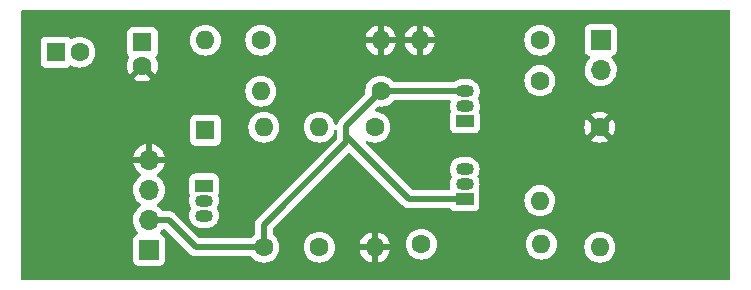
<source format=gtl>
G04 #@! TF.GenerationSoftware,KiCad,Pcbnew,6.0.0-d3dd2cf0fa~116~ubuntu20.04.1*
G04 #@! TF.CreationDate,2021-12-31T11:53:35+00:00*
G04 #@! TF.ProjectId,videopac_composite,76696465-6f70-4616-935f-636f6d706f73,rev?*
G04 #@! TF.SameCoordinates,Original*
G04 #@! TF.FileFunction,Copper,L1,Top*
G04 #@! TF.FilePolarity,Positive*
%FSLAX46Y46*%
G04 Gerber Fmt 4.6, Leading zero omitted, Abs format (unit mm)*
G04 Created by KiCad (PCBNEW 6.0.0-d3dd2cf0fa~116~ubuntu20.04.1) date 2021-12-31 11:53:35*
%MOMM*%
%LPD*%
G01*
G04 APERTURE LIST*
G04 #@! TA.AperFunction,ComponentPad*
%ADD10R,1.600000X1.600000*%
G04 #@! TD*
G04 #@! TA.AperFunction,ComponentPad*
%ADD11C,1.600000*%
G04 #@! TD*
G04 #@! TA.AperFunction,ComponentPad*
%ADD12O,1.600000X1.600000*%
G04 #@! TD*
G04 #@! TA.AperFunction,ComponentPad*
%ADD13R,1.500000X1.050000*%
G04 #@! TD*
G04 #@! TA.AperFunction,ComponentPad*
%ADD14O,1.500000X1.050000*%
G04 #@! TD*
G04 #@! TA.AperFunction,ComponentPad*
%ADD15R,1.700000X1.700000*%
G04 #@! TD*
G04 #@! TA.AperFunction,ComponentPad*
%ADD16O,1.700000X1.700000*%
G04 #@! TD*
G04 #@! TA.AperFunction,Conductor*
%ADD17C,0.500000*%
G04 #@! TD*
G04 APERTURE END LIST*
D10*
X33334888Y-64389000D03*
D11*
X35334888Y-64389000D03*
X64262000Y-80645000D03*
D12*
X74422000Y-80645000D03*
D13*
X67945000Y-70231000D03*
D14*
X67945000Y-68961000D03*
X67945000Y-67691000D03*
D11*
X60325000Y-70739000D03*
D12*
X60325000Y-80899000D03*
D11*
X74295000Y-66802000D03*
D12*
X74295000Y-76962000D03*
D13*
X45868000Y-75692000D03*
D14*
X45868000Y-76962000D03*
X45868000Y-78232000D03*
D11*
X50927000Y-80899000D03*
D12*
X50927000Y-70739000D03*
D10*
X40640000Y-63560888D03*
D11*
X40640000Y-65560888D03*
X50673000Y-63373000D03*
D12*
X60833000Y-63373000D03*
D11*
X55626000Y-80899000D03*
D12*
X55626000Y-70739000D03*
D11*
X74295000Y-63373000D03*
D12*
X64135000Y-63373000D03*
D13*
X67924000Y-76835000D03*
D14*
X67924000Y-75565000D03*
X67924000Y-74295000D03*
D10*
X45974000Y-70993000D03*
D12*
X45974000Y-63373000D03*
D11*
X79375000Y-70739000D03*
D12*
X79375000Y-80899000D03*
D11*
X60833000Y-67691000D03*
D12*
X50673000Y-67691000D03*
D15*
X79445000Y-63368000D03*
D16*
X79445000Y-65908000D03*
D15*
X41205000Y-81143000D03*
D16*
X41205000Y-78603000D03*
X41205000Y-76063000D03*
X41205000Y-73523000D03*
D17*
X57912000Y-72009000D02*
X57912000Y-71501000D01*
X45152000Y-80899000D02*
X50927000Y-80899000D01*
X63246000Y-76835000D02*
X57912000Y-71501000D01*
X60833000Y-67691000D02*
X67945000Y-67691000D01*
X57912000Y-70612000D02*
X60833000Y-67691000D01*
X41205000Y-78603000D02*
X42856000Y-78603000D01*
X57912000Y-71501000D02*
X57912000Y-70612000D01*
X67924000Y-76835000D02*
X63246000Y-76835000D01*
X50927000Y-80899000D02*
X50927000Y-78994000D01*
X50927000Y-78994000D02*
X57912000Y-72009000D01*
X42856000Y-78603000D02*
X45152000Y-80899000D01*
G04 #@! TA.AperFunction,Conductor*
G36*
X90366121Y-60853002D02*
G01*
X90412614Y-60906658D01*
X90424000Y-60959000D01*
X90424000Y-83567000D01*
X90403998Y-83635121D01*
X90350342Y-83681614D01*
X90298000Y-83693000D01*
X30479000Y-83693000D01*
X30410879Y-83672998D01*
X30364386Y-83619342D01*
X30353000Y-83567000D01*
X30353000Y-78569695D01*
X39842251Y-78569695D01*
X39842548Y-78574848D01*
X39842548Y-78574851D01*
X39852103Y-78740559D01*
X39855110Y-78792715D01*
X39856247Y-78797761D01*
X39856248Y-78797767D01*
X39860689Y-78817472D01*
X39904222Y-79010639D01*
X39940460Y-79099883D01*
X39975641Y-79186523D01*
X39988266Y-79217616D01*
X40017425Y-79265199D01*
X40070284Y-79351457D01*
X40104987Y-79408088D01*
X40251250Y-79576938D01*
X40255230Y-79580242D01*
X40259981Y-79584187D01*
X40299616Y-79643090D01*
X40301113Y-79714071D01*
X40263997Y-79774593D01*
X40223725Y-79799112D01*
X40134066Y-79832724D01*
X40108295Y-79842385D01*
X39991739Y-79929739D01*
X39904385Y-80046295D01*
X39853255Y-80182684D01*
X39846500Y-80244866D01*
X39846500Y-82041134D01*
X39853255Y-82103316D01*
X39904385Y-82239705D01*
X39991739Y-82356261D01*
X40108295Y-82443615D01*
X40244684Y-82494745D01*
X40306866Y-82501500D01*
X42103134Y-82501500D01*
X42165316Y-82494745D01*
X42301705Y-82443615D01*
X42418261Y-82356261D01*
X42505615Y-82239705D01*
X42556745Y-82103316D01*
X42563500Y-82041134D01*
X42563500Y-80244866D01*
X42556745Y-80182684D01*
X42505615Y-80046295D01*
X42418261Y-79929739D01*
X42301705Y-79842385D01*
X42282683Y-79835254D01*
X42183203Y-79797960D01*
X42126439Y-79755318D01*
X42101739Y-79688756D01*
X42116947Y-79619408D01*
X42138493Y-79590727D01*
X42218866Y-79510634D01*
X42243096Y-79486489D01*
X42295203Y-79413974D01*
X42351198Y-79370326D01*
X42397526Y-79361500D01*
X42489629Y-79361500D01*
X42557750Y-79381502D01*
X42578724Y-79398405D01*
X44568230Y-81387911D01*
X44580616Y-81402323D01*
X44589149Y-81413918D01*
X44589154Y-81413923D01*
X44593492Y-81419818D01*
X44599070Y-81424557D01*
X44599073Y-81424560D01*
X44633768Y-81454035D01*
X44641284Y-81460965D01*
X44646979Y-81466660D01*
X44649861Y-81468940D01*
X44669251Y-81484281D01*
X44672655Y-81487072D01*
X44675278Y-81489300D01*
X44728285Y-81534333D01*
X44734801Y-81537661D01*
X44739850Y-81541028D01*
X44744979Y-81544195D01*
X44750716Y-81548734D01*
X44816875Y-81579655D01*
X44820769Y-81581558D01*
X44885808Y-81614769D01*
X44892916Y-81616508D01*
X44898559Y-81618607D01*
X44904322Y-81620524D01*
X44910950Y-81623622D01*
X44918112Y-81625112D01*
X44918113Y-81625112D01*
X44982412Y-81638486D01*
X44986696Y-81639456D01*
X45057610Y-81656808D01*
X45063212Y-81657156D01*
X45063215Y-81657156D01*
X45068764Y-81657500D01*
X45068762Y-81657536D01*
X45072755Y-81657775D01*
X45076947Y-81658149D01*
X45084115Y-81659640D01*
X45161520Y-81657546D01*
X45164928Y-81657500D01*
X49795133Y-81657500D01*
X49863254Y-81677502D01*
X49898345Y-81711228D01*
X49920802Y-81743300D01*
X50082700Y-81905198D01*
X50087208Y-81908355D01*
X50087211Y-81908357D01*
X50158136Y-81958019D01*
X50270251Y-82036523D01*
X50275233Y-82038846D01*
X50275238Y-82038849D01*
X50429357Y-82110715D01*
X50477757Y-82133284D01*
X50483065Y-82134706D01*
X50483067Y-82134707D01*
X50693598Y-82191119D01*
X50693600Y-82191119D01*
X50698913Y-82192543D01*
X50927000Y-82212498D01*
X51155087Y-82192543D01*
X51160400Y-82191119D01*
X51160402Y-82191119D01*
X51370933Y-82134707D01*
X51370935Y-82134706D01*
X51376243Y-82133284D01*
X51424643Y-82110715D01*
X51578762Y-82038849D01*
X51578767Y-82038846D01*
X51583749Y-82036523D01*
X51695864Y-81958019D01*
X51766789Y-81908357D01*
X51766792Y-81908355D01*
X51771300Y-81905198D01*
X51933198Y-81743300D01*
X52064523Y-81555749D01*
X52066846Y-81550767D01*
X52066849Y-81550762D01*
X52158961Y-81353225D01*
X52158961Y-81353224D01*
X52161284Y-81348243D01*
X52175079Y-81296762D01*
X52219119Y-81132402D01*
X52219119Y-81132400D01*
X52220543Y-81127087D01*
X52240498Y-80899000D01*
X54312502Y-80899000D01*
X54332457Y-81127087D01*
X54333881Y-81132400D01*
X54333881Y-81132402D01*
X54377922Y-81296762D01*
X54391716Y-81348243D01*
X54394039Y-81353224D01*
X54394039Y-81353225D01*
X54486151Y-81550762D01*
X54486154Y-81550767D01*
X54488477Y-81555749D01*
X54619802Y-81743300D01*
X54781700Y-81905198D01*
X54786208Y-81908355D01*
X54786211Y-81908357D01*
X54857136Y-81958019D01*
X54969251Y-82036523D01*
X54974233Y-82038846D01*
X54974238Y-82038849D01*
X55128357Y-82110715D01*
X55176757Y-82133284D01*
X55182065Y-82134706D01*
X55182067Y-82134707D01*
X55392598Y-82191119D01*
X55392600Y-82191119D01*
X55397913Y-82192543D01*
X55626000Y-82212498D01*
X55854087Y-82192543D01*
X55859400Y-82191119D01*
X55859402Y-82191119D01*
X56069933Y-82134707D01*
X56069935Y-82134706D01*
X56075243Y-82133284D01*
X56123643Y-82110715D01*
X56277762Y-82038849D01*
X56277767Y-82038846D01*
X56282749Y-82036523D01*
X56394864Y-81958019D01*
X56465789Y-81908357D01*
X56465792Y-81908355D01*
X56470300Y-81905198D01*
X56632198Y-81743300D01*
X56763523Y-81555749D01*
X56765846Y-81550767D01*
X56765849Y-81550762D01*
X56857961Y-81353225D01*
X56857961Y-81353224D01*
X56860284Y-81348243D01*
X56874079Y-81296762D01*
X56909245Y-81165522D01*
X59042273Y-81165522D01*
X59089764Y-81342761D01*
X59093510Y-81353053D01*
X59185586Y-81550511D01*
X59191069Y-81560007D01*
X59316028Y-81738467D01*
X59323084Y-81746875D01*
X59477125Y-81900916D01*
X59485533Y-81907972D01*
X59663993Y-82032931D01*
X59673489Y-82038414D01*
X59870947Y-82130490D01*
X59881239Y-82134236D01*
X60053503Y-82180394D01*
X60067599Y-82180058D01*
X60071000Y-82172116D01*
X60071000Y-82166967D01*
X60579000Y-82166967D01*
X60582973Y-82180498D01*
X60591522Y-82181727D01*
X60768761Y-82134236D01*
X60779053Y-82130490D01*
X60976511Y-82038414D01*
X60986007Y-82032931D01*
X61164467Y-81907972D01*
X61172875Y-81900916D01*
X61326916Y-81746875D01*
X61333972Y-81738467D01*
X61458931Y-81560007D01*
X61464414Y-81550511D01*
X61556490Y-81353053D01*
X61560236Y-81342761D01*
X61606394Y-81170497D01*
X61606058Y-81156401D01*
X61598116Y-81153000D01*
X60597115Y-81153000D01*
X60581876Y-81157475D01*
X60580671Y-81158865D01*
X60579000Y-81166548D01*
X60579000Y-82166967D01*
X60071000Y-82166967D01*
X60071000Y-81171115D01*
X60066525Y-81155876D01*
X60065135Y-81154671D01*
X60057452Y-81153000D01*
X59057033Y-81153000D01*
X59043502Y-81156973D01*
X59042273Y-81165522D01*
X56909245Y-81165522D01*
X56918119Y-81132402D01*
X56918119Y-81132400D01*
X56919543Y-81127087D01*
X56939498Y-80899000D01*
X56919543Y-80670913D01*
X56909244Y-80632478D01*
X56907911Y-80627503D01*
X59043606Y-80627503D01*
X59043942Y-80641599D01*
X59051884Y-80645000D01*
X60052885Y-80645000D01*
X60068124Y-80640525D01*
X60069329Y-80639135D01*
X60071000Y-80631452D01*
X60071000Y-80626885D01*
X60579000Y-80626885D01*
X60583475Y-80642124D01*
X60584865Y-80643329D01*
X60592548Y-80645000D01*
X61592967Y-80645000D01*
X62948502Y-80645000D01*
X62968457Y-80873087D01*
X63027716Y-81094243D01*
X63030039Y-81099224D01*
X63030039Y-81099225D01*
X63122151Y-81296762D01*
X63122154Y-81296767D01*
X63124477Y-81301749D01*
X63189531Y-81394655D01*
X63252288Y-81484281D01*
X63255802Y-81489300D01*
X63417700Y-81651198D01*
X63422208Y-81654355D01*
X63422211Y-81654357D01*
X63429756Y-81659640D01*
X63605251Y-81782523D01*
X63610233Y-81784846D01*
X63610238Y-81784849D01*
X63807775Y-81876961D01*
X63812757Y-81879284D01*
X63818065Y-81880706D01*
X63818067Y-81880707D01*
X64028598Y-81937119D01*
X64028600Y-81937119D01*
X64033913Y-81938543D01*
X64262000Y-81958498D01*
X64490087Y-81938543D01*
X64495400Y-81937119D01*
X64495402Y-81937119D01*
X64705933Y-81880707D01*
X64705935Y-81880706D01*
X64711243Y-81879284D01*
X64716225Y-81876961D01*
X64913762Y-81784849D01*
X64913767Y-81784846D01*
X64918749Y-81782523D01*
X65094244Y-81659640D01*
X65101789Y-81654357D01*
X65101792Y-81654355D01*
X65106300Y-81651198D01*
X65268198Y-81489300D01*
X65271713Y-81484281D01*
X65334469Y-81394655D01*
X65399523Y-81301749D01*
X65401846Y-81296767D01*
X65401849Y-81296762D01*
X65493961Y-81099225D01*
X65493961Y-81099224D01*
X65496284Y-81094243D01*
X65555543Y-80873087D01*
X65575498Y-80645000D01*
X73108502Y-80645000D01*
X73128457Y-80873087D01*
X73187716Y-81094243D01*
X73190039Y-81099224D01*
X73190039Y-81099225D01*
X73282151Y-81296762D01*
X73282154Y-81296767D01*
X73284477Y-81301749D01*
X73349531Y-81394655D01*
X73412288Y-81484281D01*
X73415802Y-81489300D01*
X73577700Y-81651198D01*
X73582208Y-81654355D01*
X73582211Y-81654357D01*
X73589756Y-81659640D01*
X73765251Y-81782523D01*
X73770233Y-81784846D01*
X73770238Y-81784849D01*
X73967775Y-81876961D01*
X73972757Y-81879284D01*
X73978065Y-81880706D01*
X73978067Y-81880707D01*
X74188598Y-81937119D01*
X74188600Y-81937119D01*
X74193913Y-81938543D01*
X74422000Y-81958498D01*
X74650087Y-81938543D01*
X74655400Y-81937119D01*
X74655402Y-81937119D01*
X74865933Y-81880707D01*
X74865935Y-81880706D01*
X74871243Y-81879284D01*
X74876225Y-81876961D01*
X75073762Y-81784849D01*
X75073767Y-81784846D01*
X75078749Y-81782523D01*
X75254244Y-81659640D01*
X75261789Y-81654357D01*
X75261792Y-81654355D01*
X75266300Y-81651198D01*
X75428198Y-81489300D01*
X75431713Y-81484281D01*
X75494469Y-81394655D01*
X75559523Y-81301749D01*
X75561846Y-81296767D01*
X75561849Y-81296762D01*
X75653961Y-81099225D01*
X75653961Y-81099224D01*
X75656284Y-81094243D01*
X75708600Y-80899000D01*
X78061502Y-80899000D01*
X78081457Y-81127087D01*
X78082881Y-81132400D01*
X78082881Y-81132402D01*
X78126922Y-81296762D01*
X78140716Y-81348243D01*
X78143039Y-81353224D01*
X78143039Y-81353225D01*
X78235151Y-81550762D01*
X78235154Y-81550767D01*
X78237477Y-81555749D01*
X78368802Y-81743300D01*
X78530700Y-81905198D01*
X78535208Y-81908355D01*
X78535211Y-81908357D01*
X78606136Y-81958019D01*
X78718251Y-82036523D01*
X78723233Y-82038846D01*
X78723238Y-82038849D01*
X78877357Y-82110715D01*
X78925757Y-82133284D01*
X78931065Y-82134706D01*
X78931067Y-82134707D01*
X79141598Y-82191119D01*
X79141600Y-82191119D01*
X79146913Y-82192543D01*
X79375000Y-82212498D01*
X79603087Y-82192543D01*
X79608400Y-82191119D01*
X79608402Y-82191119D01*
X79818933Y-82134707D01*
X79818935Y-82134706D01*
X79824243Y-82133284D01*
X79872643Y-82110715D01*
X80026762Y-82038849D01*
X80026767Y-82038846D01*
X80031749Y-82036523D01*
X80143864Y-81958019D01*
X80214789Y-81908357D01*
X80214792Y-81908355D01*
X80219300Y-81905198D01*
X80381198Y-81743300D01*
X80512523Y-81555749D01*
X80514846Y-81550767D01*
X80514849Y-81550762D01*
X80606961Y-81353225D01*
X80606961Y-81353224D01*
X80609284Y-81348243D01*
X80623079Y-81296762D01*
X80667119Y-81132402D01*
X80667119Y-81132400D01*
X80668543Y-81127087D01*
X80688498Y-80899000D01*
X80668543Y-80670913D01*
X80658244Y-80632478D01*
X80610707Y-80455067D01*
X80610706Y-80455065D01*
X80609284Y-80449757D01*
X80514966Y-80247489D01*
X80514849Y-80247238D01*
X80514846Y-80247233D01*
X80512523Y-80242251D01*
X80381198Y-80054700D01*
X80219300Y-79892802D01*
X80214792Y-79889645D01*
X80214789Y-79889643D01*
X80083852Y-79797960D01*
X80031749Y-79761477D01*
X80026767Y-79759154D01*
X80026762Y-79759151D01*
X79829225Y-79667039D01*
X79829224Y-79667039D01*
X79824243Y-79664716D01*
X79818935Y-79663294D01*
X79818933Y-79663293D01*
X79608402Y-79606881D01*
X79608400Y-79606881D01*
X79603087Y-79605457D01*
X79375000Y-79585502D01*
X79146913Y-79605457D01*
X79141600Y-79606881D01*
X79141598Y-79606881D01*
X78931067Y-79663293D01*
X78931065Y-79663294D01*
X78925757Y-79664716D01*
X78920776Y-79667039D01*
X78920775Y-79667039D01*
X78723238Y-79759151D01*
X78723233Y-79759154D01*
X78718251Y-79761477D01*
X78666148Y-79797960D01*
X78535211Y-79889643D01*
X78535208Y-79889645D01*
X78530700Y-79892802D01*
X78368802Y-80054700D01*
X78237477Y-80242251D01*
X78235154Y-80247233D01*
X78235151Y-80247238D01*
X78235034Y-80247489D01*
X78140716Y-80449757D01*
X78139294Y-80455065D01*
X78139293Y-80455067D01*
X78091756Y-80632478D01*
X78081457Y-80670913D01*
X78061502Y-80899000D01*
X75708600Y-80899000D01*
X75715543Y-80873087D01*
X75735498Y-80645000D01*
X75715543Y-80416913D01*
X75714119Y-80411598D01*
X75657707Y-80201067D01*
X75657706Y-80201065D01*
X75656284Y-80195757D01*
X75646738Y-80175285D01*
X75561849Y-79993238D01*
X75561846Y-79993233D01*
X75559523Y-79988251D01*
X75486098Y-79883389D01*
X75431357Y-79805211D01*
X75431355Y-79805208D01*
X75428198Y-79800700D01*
X75266300Y-79638802D01*
X75261792Y-79635645D01*
X75261789Y-79635643D01*
X75177949Y-79576938D01*
X75078749Y-79507477D01*
X75073767Y-79505154D01*
X75073762Y-79505151D01*
X74876225Y-79413039D01*
X74876224Y-79413039D01*
X74871243Y-79410716D01*
X74865935Y-79409294D01*
X74865933Y-79409293D01*
X74655402Y-79352881D01*
X74655400Y-79352881D01*
X74650087Y-79351457D01*
X74422000Y-79331502D01*
X74193913Y-79351457D01*
X74188600Y-79352881D01*
X74188598Y-79352881D01*
X73978067Y-79409293D01*
X73978065Y-79409294D01*
X73972757Y-79410716D01*
X73967776Y-79413039D01*
X73967775Y-79413039D01*
X73770238Y-79505151D01*
X73770233Y-79505154D01*
X73765251Y-79507477D01*
X73666051Y-79576938D01*
X73582211Y-79635643D01*
X73582208Y-79635645D01*
X73577700Y-79638802D01*
X73415802Y-79800700D01*
X73412645Y-79805208D01*
X73412643Y-79805211D01*
X73357902Y-79883389D01*
X73284477Y-79988251D01*
X73282154Y-79993233D01*
X73282151Y-79993238D01*
X73197262Y-80175285D01*
X73187716Y-80195757D01*
X73186294Y-80201065D01*
X73186293Y-80201067D01*
X73129881Y-80411598D01*
X73128457Y-80416913D01*
X73108502Y-80645000D01*
X65575498Y-80645000D01*
X65555543Y-80416913D01*
X65554119Y-80411598D01*
X65497707Y-80201067D01*
X65497706Y-80201065D01*
X65496284Y-80195757D01*
X65486738Y-80175285D01*
X65401849Y-79993238D01*
X65401846Y-79993233D01*
X65399523Y-79988251D01*
X65326098Y-79883389D01*
X65271357Y-79805211D01*
X65271355Y-79805208D01*
X65268198Y-79800700D01*
X65106300Y-79638802D01*
X65101792Y-79635645D01*
X65101789Y-79635643D01*
X65017949Y-79576938D01*
X64918749Y-79507477D01*
X64913767Y-79505154D01*
X64913762Y-79505151D01*
X64716225Y-79413039D01*
X64716224Y-79413039D01*
X64711243Y-79410716D01*
X64705935Y-79409294D01*
X64705933Y-79409293D01*
X64495402Y-79352881D01*
X64495400Y-79352881D01*
X64490087Y-79351457D01*
X64262000Y-79331502D01*
X64033913Y-79351457D01*
X64028600Y-79352881D01*
X64028598Y-79352881D01*
X63818067Y-79409293D01*
X63818065Y-79409294D01*
X63812757Y-79410716D01*
X63807776Y-79413039D01*
X63807775Y-79413039D01*
X63610238Y-79505151D01*
X63610233Y-79505154D01*
X63605251Y-79507477D01*
X63506051Y-79576938D01*
X63422211Y-79635643D01*
X63422208Y-79635645D01*
X63417700Y-79638802D01*
X63255802Y-79800700D01*
X63252645Y-79805208D01*
X63252643Y-79805211D01*
X63197902Y-79883389D01*
X63124477Y-79988251D01*
X63122154Y-79993233D01*
X63122151Y-79993238D01*
X63037262Y-80175285D01*
X63027716Y-80195757D01*
X63026294Y-80201065D01*
X63026293Y-80201067D01*
X62969881Y-80411598D01*
X62968457Y-80416913D01*
X62948502Y-80645000D01*
X61592967Y-80645000D01*
X61606498Y-80641027D01*
X61607727Y-80632478D01*
X61560236Y-80455239D01*
X61556490Y-80444947D01*
X61464414Y-80247489D01*
X61458931Y-80237993D01*
X61333972Y-80059533D01*
X61326916Y-80051125D01*
X61172875Y-79897084D01*
X61164467Y-79890028D01*
X60986007Y-79765069D01*
X60976511Y-79759586D01*
X60779053Y-79667510D01*
X60768761Y-79663764D01*
X60596497Y-79617606D01*
X60582401Y-79617942D01*
X60579000Y-79625884D01*
X60579000Y-80626885D01*
X60071000Y-80626885D01*
X60071000Y-79631033D01*
X60067027Y-79617502D01*
X60058478Y-79616273D01*
X59881239Y-79663764D01*
X59870947Y-79667510D01*
X59673489Y-79759586D01*
X59663993Y-79765069D01*
X59485533Y-79890028D01*
X59477125Y-79897084D01*
X59323084Y-80051125D01*
X59316028Y-80059533D01*
X59191069Y-80237993D01*
X59185586Y-80247489D01*
X59093510Y-80444947D01*
X59089764Y-80455239D01*
X59043606Y-80627503D01*
X56907911Y-80627503D01*
X56861707Y-80455067D01*
X56861706Y-80455065D01*
X56860284Y-80449757D01*
X56765966Y-80247489D01*
X56765849Y-80247238D01*
X56765846Y-80247233D01*
X56763523Y-80242251D01*
X56632198Y-80054700D01*
X56470300Y-79892802D01*
X56465792Y-79889645D01*
X56465789Y-79889643D01*
X56334852Y-79797960D01*
X56282749Y-79761477D01*
X56277767Y-79759154D01*
X56277762Y-79759151D01*
X56080225Y-79667039D01*
X56080224Y-79667039D01*
X56075243Y-79664716D01*
X56069935Y-79663294D01*
X56069933Y-79663293D01*
X55859402Y-79606881D01*
X55859400Y-79606881D01*
X55854087Y-79605457D01*
X55626000Y-79585502D01*
X55397913Y-79605457D01*
X55392600Y-79606881D01*
X55392598Y-79606881D01*
X55182067Y-79663293D01*
X55182065Y-79663294D01*
X55176757Y-79664716D01*
X55171776Y-79667039D01*
X55171775Y-79667039D01*
X54974238Y-79759151D01*
X54974233Y-79759154D01*
X54969251Y-79761477D01*
X54917148Y-79797960D01*
X54786211Y-79889643D01*
X54786208Y-79889645D01*
X54781700Y-79892802D01*
X54619802Y-80054700D01*
X54488477Y-80242251D01*
X54486154Y-80247233D01*
X54486151Y-80247238D01*
X54486034Y-80247489D01*
X54391716Y-80449757D01*
X54390294Y-80455065D01*
X54390293Y-80455067D01*
X54342756Y-80632478D01*
X54332457Y-80670913D01*
X54312502Y-80899000D01*
X52240498Y-80899000D01*
X52220543Y-80670913D01*
X52210244Y-80632478D01*
X52162707Y-80455067D01*
X52162706Y-80455065D01*
X52161284Y-80449757D01*
X52066966Y-80247489D01*
X52066849Y-80247238D01*
X52066846Y-80247233D01*
X52064523Y-80242251D01*
X51933198Y-80054700D01*
X51771300Y-79892802D01*
X51739229Y-79870345D01*
X51694901Y-79814890D01*
X51685500Y-79767133D01*
X51685500Y-79360371D01*
X51705502Y-79292250D01*
X51722405Y-79271276D01*
X58076905Y-72916776D01*
X58139217Y-72882750D01*
X58210032Y-72887815D01*
X58255095Y-72916776D01*
X62662230Y-77323911D01*
X62674616Y-77338323D01*
X62683149Y-77349918D01*
X62683154Y-77349923D01*
X62687492Y-77355818D01*
X62693070Y-77360557D01*
X62693073Y-77360560D01*
X62727768Y-77390035D01*
X62735284Y-77396965D01*
X62740979Y-77402660D01*
X62743861Y-77404940D01*
X62763251Y-77420281D01*
X62766655Y-77423072D01*
X62790144Y-77443027D01*
X62822285Y-77470333D01*
X62828801Y-77473661D01*
X62833850Y-77477028D01*
X62838979Y-77480195D01*
X62844716Y-77484734D01*
X62910875Y-77515655D01*
X62914769Y-77517558D01*
X62979808Y-77550769D01*
X62986916Y-77552508D01*
X62992559Y-77554607D01*
X62998322Y-77556524D01*
X63004950Y-77559622D01*
X63012112Y-77561112D01*
X63012113Y-77561112D01*
X63076412Y-77574486D01*
X63080696Y-77575456D01*
X63151610Y-77592808D01*
X63157212Y-77593156D01*
X63157215Y-77593156D01*
X63162764Y-77593500D01*
X63162762Y-77593536D01*
X63166755Y-77593775D01*
X63170947Y-77594149D01*
X63178115Y-77595640D01*
X63255520Y-77593546D01*
X63258928Y-77593500D01*
X66650461Y-77593500D01*
X66718582Y-77613502D01*
X66751287Y-77643935D01*
X66765828Y-77663337D01*
X66810739Y-77723261D01*
X66927295Y-77810615D01*
X67063684Y-77861745D01*
X67125866Y-77868500D01*
X68722134Y-77868500D01*
X68784316Y-77861745D01*
X68920705Y-77810615D01*
X69037261Y-77723261D01*
X69124615Y-77606705D01*
X69175745Y-77470316D01*
X69182500Y-77408134D01*
X69182500Y-76962000D01*
X72981502Y-76962000D01*
X73001457Y-77190087D01*
X73002881Y-77195400D01*
X73002881Y-77195402D01*
X73057721Y-77400064D01*
X73060716Y-77411243D01*
X73063039Y-77416224D01*
X73063039Y-77416225D01*
X73155151Y-77613762D01*
X73155154Y-77613767D01*
X73157477Y-77618749D01*
X73180254Y-77651278D01*
X73275247Y-77786941D01*
X73288802Y-77806300D01*
X73450700Y-77968198D01*
X73455208Y-77971355D01*
X73455211Y-77971357D01*
X73517437Y-78014928D01*
X73638251Y-78099523D01*
X73643233Y-78101846D01*
X73643238Y-78101849D01*
X73840775Y-78193961D01*
X73845757Y-78196284D01*
X73851065Y-78197706D01*
X73851067Y-78197707D01*
X74061598Y-78254119D01*
X74061600Y-78254119D01*
X74066913Y-78255543D01*
X74295000Y-78275498D01*
X74523087Y-78255543D01*
X74528400Y-78254119D01*
X74528402Y-78254119D01*
X74738933Y-78197707D01*
X74738935Y-78197706D01*
X74744243Y-78196284D01*
X74749225Y-78193961D01*
X74946762Y-78101849D01*
X74946767Y-78101846D01*
X74951749Y-78099523D01*
X75072563Y-78014928D01*
X75134789Y-77971357D01*
X75134792Y-77971355D01*
X75139300Y-77968198D01*
X75301198Y-77806300D01*
X75314754Y-77786941D01*
X75409746Y-77651278D01*
X75432523Y-77618749D01*
X75434846Y-77613767D01*
X75434849Y-77613762D01*
X75526961Y-77416225D01*
X75526961Y-77416224D01*
X75529284Y-77411243D01*
X75532280Y-77400064D01*
X75587119Y-77195402D01*
X75587119Y-77195400D01*
X75588543Y-77190087D01*
X75608498Y-76962000D01*
X75588543Y-76733913D01*
X75573458Y-76677616D01*
X75530707Y-76518067D01*
X75530706Y-76518065D01*
X75529284Y-76512757D01*
X75511876Y-76475425D01*
X75434849Y-76310238D01*
X75434846Y-76310233D01*
X75432523Y-76305251D01*
X75311847Y-76132908D01*
X75304357Y-76122211D01*
X75304355Y-76122208D01*
X75301198Y-76117700D01*
X75139300Y-75955802D01*
X75134792Y-75952645D01*
X75134789Y-75952643D01*
X74981804Y-75845522D01*
X74951749Y-75824477D01*
X74946767Y-75822154D01*
X74946762Y-75822151D01*
X74749225Y-75730039D01*
X74749224Y-75730039D01*
X74744243Y-75727716D01*
X74738935Y-75726294D01*
X74738933Y-75726293D01*
X74528402Y-75669881D01*
X74528400Y-75669881D01*
X74523087Y-75668457D01*
X74295000Y-75648502D01*
X74066913Y-75668457D01*
X74061600Y-75669881D01*
X74061598Y-75669881D01*
X73851067Y-75726293D01*
X73851065Y-75726294D01*
X73845757Y-75727716D01*
X73840776Y-75730039D01*
X73840775Y-75730039D01*
X73643238Y-75822151D01*
X73643233Y-75822154D01*
X73638251Y-75824477D01*
X73608196Y-75845522D01*
X73455211Y-75952643D01*
X73455208Y-75952645D01*
X73450700Y-75955802D01*
X73288802Y-76117700D01*
X73285645Y-76122208D01*
X73285643Y-76122211D01*
X73278153Y-76132908D01*
X73157477Y-76305251D01*
X73155154Y-76310233D01*
X73155151Y-76310238D01*
X73078124Y-76475425D01*
X73060716Y-76512757D01*
X73059294Y-76518065D01*
X73059293Y-76518067D01*
X73016542Y-76677616D01*
X73001457Y-76733913D01*
X72981502Y-76962000D01*
X69182500Y-76962000D01*
X69182500Y-76261866D01*
X69175745Y-76199684D01*
X69143550Y-76113803D01*
X69127768Y-76071704D01*
X69127766Y-76071701D01*
X69124615Y-76063295D01*
X69119227Y-76056106D01*
X69119094Y-76055863D01*
X69103924Y-75986506D01*
X69109248Y-75958092D01*
X69122611Y-75914925D01*
X69166290Y-75773820D01*
X69184844Y-75597297D01*
X69186832Y-75578378D01*
X69186832Y-75578377D01*
X69187476Y-75572250D01*
X69179898Y-75488986D01*
X69169665Y-75376543D01*
X69169664Y-75376540D01*
X69169106Y-75370404D01*
X69111881Y-75175971D01*
X69107951Y-75168452D01*
X69020835Y-75001815D01*
X69017981Y-74996355D01*
X69018016Y-74996337D01*
X68998111Y-74930559D01*
X69013271Y-74869591D01*
X69051787Y-74798358D01*
X69106356Y-74697435D01*
X69166290Y-74503820D01*
X69176996Y-74401965D01*
X69186832Y-74308378D01*
X69186832Y-74308377D01*
X69187476Y-74302250D01*
X69172873Y-74141794D01*
X69169665Y-74106543D01*
X69169664Y-74106540D01*
X69169106Y-74100404D01*
X69111881Y-73905971D01*
X69107951Y-73898452D01*
X69059533Y-73805837D01*
X69017981Y-73726355D01*
X69012630Y-73719699D01*
X68894840Y-73573199D01*
X68890981Y-73568399D01*
X68735719Y-73438119D01*
X68730327Y-73435155D01*
X68730323Y-73435152D01*
X68563506Y-73343444D01*
X68558109Y-73340477D01*
X68364916Y-73279193D01*
X68358799Y-73278507D01*
X68358795Y-73278506D01*
X68274045Y-73269000D01*
X68207183Y-73261500D01*
X67647996Y-73261500D01*
X67497287Y-73276277D01*
X67303258Y-73334858D01*
X67124302Y-73430010D01*
X66967237Y-73558110D01*
X66963310Y-73562857D01*
X66963308Y-73562859D01*
X66841973Y-73709528D01*
X66841971Y-73709531D01*
X66838044Y-73714278D01*
X66741644Y-73892565D01*
X66737494Y-73905971D01*
X66699328Y-74029267D01*
X66681710Y-74086180D01*
X66660524Y-74287750D01*
X66678894Y-74489596D01*
X66680632Y-74495502D01*
X66680633Y-74495506D01*
X66683080Y-74503820D01*
X66736119Y-74684029D01*
X66738972Y-74689486D01*
X66738973Y-74689489D01*
X66783069Y-74773837D01*
X66829923Y-74863460D01*
X66829923Y-74863462D01*
X66830019Y-74863645D01*
X66829984Y-74863663D01*
X66849889Y-74929441D01*
X66834729Y-74990409D01*
X66741644Y-75162565D01*
X66681710Y-75356180D01*
X66681066Y-75362305D01*
X66681066Y-75362306D01*
X66675581Y-75414492D01*
X66660524Y-75557750D01*
X66663242Y-75587610D01*
X66675993Y-75727716D01*
X66678894Y-75759596D01*
X66680632Y-75765502D01*
X66680633Y-75765506D01*
X66724610Y-75914925D01*
X66724655Y-75985921D01*
X66686309Y-76045672D01*
X66621747Y-76075206D01*
X66603736Y-76076500D01*
X63612371Y-76076500D01*
X63544250Y-76056498D01*
X63523276Y-76039595D01*
X59596336Y-72112655D01*
X59562310Y-72050343D01*
X59567375Y-71979528D01*
X59609922Y-71922692D01*
X59676442Y-71897881D01*
X59738680Y-71909365D01*
X59870770Y-71970959D01*
X59870775Y-71970961D01*
X59875757Y-71973284D01*
X59881065Y-71974706D01*
X59881067Y-71974707D01*
X60091598Y-72031119D01*
X60091600Y-72031119D01*
X60096913Y-72032543D01*
X60325000Y-72052498D01*
X60553087Y-72032543D01*
X60558400Y-72031119D01*
X60558402Y-72031119D01*
X60768933Y-71974707D01*
X60768935Y-71974706D01*
X60774243Y-71973284D01*
X60908424Y-71910715D01*
X60976762Y-71878849D01*
X60976767Y-71878846D01*
X60981749Y-71876523D01*
X61055243Y-71825062D01*
X78653493Y-71825062D01*
X78662789Y-71837077D01*
X78713994Y-71872931D01*
X78723489Y-71878414D01*
X78920947Y-71970490D01*
X78931239Y-71974236D01*
X79141688Y-72030625D01*
X79152481Y-72032528D01*
X79369525Y-72051517D01*
X79380475Y-72051517D01*
X79597519Y-72032528D01*
X79608312Y-72030625D01*
X79818761Y-71974236D01*
X79829053Y-71970490D01*
X80026511Y-71878414D01*
X80036006Y-71872931D01*
X80088048Y-71836491D01*
X80096424Y-71826012D01*
X80089356Y-71812566D01*
X79387812Y-71111022D01*
X79373868Y-71103408D01*
X79372035Y-71103539D01*
X79365420Y-71107790D01*
X78659923Y-71813287D01*
X78653493Y-71825062D01*
X61055243Y-71825062D01*
X61086611Y-71803098D01*
X61164789Y-71748357D01*
X61164792Y-71748355D01*
X61169300Y-71745198D01*
X61331198Y-71583300D01*
X61462523Y-71395749D01*
X61464846Y-71390767D01*
X61464849Y-71390762D01*
X61556961Y-71193225D01*
X61556961Y-71193224D01*
X61559284Y-71188243D01*
X61566474Y-71161412D01*
X61617119Y-70972402D01*
X61617119Y-70972400D01*
X61618543Y-70967087D01*
X61638498Y-70739000D01*
X61618543Y-70510913D01*
X61617119Y-70505598D01*
X61560707Y-70295067D01*
X61560706Y-70295065D01*
X61559284Y-70289757D01*
X61522427Y-70210716D01*
X61464849Y-70087238D01*
X61464846Y-70087233D01*
X61462523Y-70082251D01*
X61331198Y-69894700D01*
X61169300Y-69732802D01*
X61164792Y-69729645D01*
X61164789Y-69729643D01*
X61072059Y-69664713D01*
X60981749Y-69601477D01*
X60976767Y-69599154D01*
X60976762Y-69599151D01*
X60779225Y-69507039D01*
X60779224Y-69507039D01*
X60774243Y-69504716D01*
X60768935Y-69503294D01*
X60768933Y-69503293D01*
X60558402Y-69446881D01*
X60558400Y-69446881D01*
X60553087Y-69445457D01*
X60479791Y-69439044D01*
X60452733Y-69436677D01*
X60386615Y-69410813D01*
X60344976Y-69353310D01*
X60341035Y-69282423D01*
X60374620Y-69222061D01*
X60570010Y-69026671D01*
X60632322Y-68992645D01*
X60670087Y-68990245D01*
X60827525Y-69004019D01*
X60833000Y-69004498D01*
X61061087Y-68984543D01*
X61066400Y-68983119D01*
X61066402Y-68983119D01*
X61276933Y-68926707D01*
X61276935Y-68926706D01*
X61282243Y-68925284D01*
X61287225Y-68922961D01*
X61484762Y-68830849D01*
X61484767Y-68830846D01*
X61489749Y-68828523D01*
X61607185Y-68746293D01*
X61672789Y-68700357D01*
X61672792Y-68700355D01*
X61677300Y-68697198D01*
X61839198Y-68535300D01*
X61861655Y-68503229D01*
X61917110Y-68458901D01*
X61964867Y-68449500D01*
X66625503Y-68449500D01*
X66693624Y-68469502D01*
X66740117Y-68523158D01*
X66750221Y-68593432D01*
X66745868Y-68612759D01*
X66702710Y-68752180D01*
X66702066Y-68758305D01*
X66702066Y-68758306D01*
X66684760Y-68922961D01*
X66681524Y-68953750D01*
X66699894Y-69155596D01*
X66701632Y-69161502D01*
X66701633Y-69161506D01*
X66737221Y-69282423D01*
X66755788Y-69345507D01*
X66757119Y-69350029D01*
X66756260Y-69350282D01*
X66762714Y-69415662D01*
X66749548Y-69452406D01*
X66744385Y-69459295D01*
X66741236Y-69467696D01*
X66741234Y-69467699D01*
X66726310Y-69507510D01*
X66693255Y-69595684D01*
X66686500Y-69657866D01*
X66686500Y-70804134D01*
X66693255Y-70866316D01*
X66744385Y-71002705D01*
X66831739Y-71119261D01*
X66948295Y-71206615D01*
X67084684Y-71257745D01*
X67146866Y-71264500D01*
X68743134Y-71264500D01*
X68805316Y-71257745D01*
X68941705Y-71206615D01*
X69058261Y-71119261D01*
X69145615Y-71002705D01*
X69196745Y-70866316D01*
X69203500Y-70804134D01*
X69203500Y-70744475D01*
X78062483Y-70744475D01*
X78081472Y-70961519D01*
X78083375Y-70972312D01*
X78139764Y-71182761D01*
X78143510Y-71193053D01*
X78235586Y-71390511D01*
X78241069Y-71400006D01*
X78277509Y-71452048D01*
X78287988Y-71460424D01*
X78301434Y-71453356D01*
X79002978Y-70751812D01*
X79009356Y-70740132D01*
X79739408Y-70740132D01*
X79739539Y-70741965D01*
X79743790Y-70748580D01*
X80449287Y-71454077D01*
X80461062Y-71460507D01*
X80473077Y-71451211D01*
X80508931Y-71400006D01*
X80514414Y-71390511D01*
X80606490Y-71193053D01*
X80610236Y-71182761D01*
X80666625Y-70972312D01*
X80668528Y-70961519D01*
X80687517Y-70744475D01*
X80687517Y-70733525D01*
X80668528Y-70516481D01*
X80666625Y-70505688D01*
X80610236Y-70295239D01*
X80606490Y-70284947D01*
X80514414Y-70087489D01*
X80508931Y-70077994D01*
X80472491Y-70025952D01*
X80462012Y-70017576D01*
X80448566Y-70024644D01*
X79747022Y-70726188D01*
X79739408Y-70740132D01*
X79009356Y-70740132D01*
X79010592Y-70737868D01*
X79010461Y-70736035D01*
X79006210Y-70729420D01*
X78300713Y-70023923D01*
X78288938Y-70017493D01*
X78276923Y-70026789D01*
X78241069Y-70077994D01*
X78235586Y-70087489D01*
X78143510Y-70284947D01*
X78139764Y-70295239D01*
X78083375Y-70505688D01*
X78081472Y-70516481D01*
X78062483Y-70733525D01*
X78062483Y-70744475D01*
X69203500Y-70744475D01*
X69203500Y-69657866D01*
X69202861Y-69651988D01*
X78653576Y-69651988D01*
X78660644Y-69665434D01*
X79362188Y-70366978D01*
X79376132Y-70374592D01*
X79377965Y-70374461D01*
X79384580Y-70370210D01*
X80090077Y-69664713D01*
X80096507Y-69652938D01*
X80087211Y-69640923D01*
X80036006Y-69605069D01*
X80026511Y-69599586D01*
X79829053Y-69507510D01*
X79818761Y-69503764D01*
X79608312Y-69447375D01*
X79597519Y-69445472D01*
X79380475Y-69426483D01*
X79369525Y-69426483D01*
X79152481Y-69445472D01*
X79141688Y-69447375D01*
X78931239Y-69503764D01*
X78920947Y-69507510D01*
X78723489Y-69599586D01*
X78713994Y-69605069D01*
X78661952Y-69641509D01*
X78653576Y-69651988D01*
X69202861Y-69651988D01*
X69196745Y-69595684D01*
X69163690Y-69507510D01*
X69148768Y-69467704D01*
X69148766Y-69467701D01*
X69145615Y-69459295D01*
X69140227Y-69452106D01*
X69140094Y-69451863D01*
X69124924Y-69382506D01*
X69130248Y-69354092D01*
X69131428Y-69350282D01*
X69187290Y-69169820D01*
X69206703Y-68985124D01*
X69207832Y-68974378D01*
X69207832Y-68974377D01*
X69208476Y-68968250D01*
X69195971Y-68830849D01*
X69190665Y-68772543D01*
X69190664Y-68772540D01*
X69190106Y-68766404D01*
X69169738Y-68697198D01*
X69134620Y-68577880D01*
X69132881Y-68571971D01*
X69115748Y-68539197D01*
X69041835Y-68397815D01*
X69038981Y-68392355D01*
X69039016Y-68392337D01*
X69019111Y-68326559D01*
X69034271Y-68265591D01*
X69099353Y-68145225D01*
X69127356Y-68093435D01*
X69181326Y-67919087D01*
X69185468Y-67905707D01*
X69185469Y-67905704D01*
X69187290Y-67899820D01*
X69208476Y-67698250D01*
X69190106Y-67496404D01*
X69180351Y-67463257D01*
X69134620Y-67307880D01*
X69132881Y-67301971D01*
X69111219Y-67260534D01*
X69047777Y-67139181D01*
X69038981Y-67122355D01*
X68911981Y-66964399D01*
X68756719Y-66834119D01*
X68751327Y-66831155D01*
X68751323Y-66831152D01*
X68698295Y-66802000D01*
X72981502Y-66802000D01*
X73001457Y-67030087D01*
X73002881Y-67035400D01*
X73002881Y-67035402D01*
X73051549Y-67217030D01*
X73060716Y-67251243D01*
X73063039Y-67256224D01*
X73063039Y-67256225D01*
X73155151Y-67453762D01*
X73155154Y-67453767D01*
X73157477Y-67458749D01*
X73288802Y-67646300D01*
X73450700Y-67808198D01*
X73455208Y-67811355D01*
X73455211Y-67811357D01*
X73533389Y-67866098D01*
X73638251Y-67939523D01*
X73643233Y-67941846D01*
X73643238Y-67941849D01*
X73840775Y-68033961D01*
X73845757Y-68036284D01*
X73851065Y-68037706D01*
X73851067Y-68037707D01*
X74061598Y-68094119D01*
X74061600Y-68094119D01*
X74066913Y-68095543D01*
X74295000Y-68115498D01*
X74523087Y-68095543D01*
X74528400Y-68094119D01*
X74528402Y-68094119D01*
X74738933Y-68037707D01*
X74738935Y-68037706D01*
X74744243Y-68036284D01*
X74749225Y-68033961D01*
X74946762Y-67941849D01*
X74946767Y-67941846D01*
X74951749Y-67939523D01*
X75056611Y-67866098D01*
X75134789Y-67811357D01*
X75134792Y-67811355D01*
X75139300Y-67808198D01*
X75301198Y-67646300D01*
X75432523Y-67458749D01*
X75434846Y-67453767D01*
X75434849Y-67453762D01*
X75526961Y-67256225D01*
X75526961Y-67256224D01*
X75529284Y-67251243D01*
X75538452Y-67217030D01*
X75587119Y-67035402D01*
X75587119Y-67035400D01*
X75588543Y-67030087D01*
X75608498Y-66802000D01*
X75588543Y-66573913D01*
X75573515Y-66517829D01*
X75530707Y-66358067D01*
X75530706Y-66358065D01*
X75529284Y-66352757D01*
X75526961Y-66347775D01*
X75434849Y-66150238D01*
X75434846Y-66150233D01*
X75432523Y-66145251D01*
X75301198Y-65957700D01*
X75218193Y-65874695D01*
X78082251Y-65874695D01*
X78082548Y-65879848D01*
X78082548Y-65879851D01*
X78088011Y-65974590D01*
X78095110Y-66097715D01*
X78096247Y-66102761D01*
X78096248Y-66102767D01*
X78116119Y-66190939D01*
X78144222Y-66315639D01*
X78228266Y-66522616D01*
X78230965Y-66527020D01*
X78337152Y-66700302D01*
X78344987Y-66713088D01*
X78491250Y-66881938D01*
X78663126Y-67024632D01*
X78856000Y-67137338D01*
X79064692Y-67217030D01*
X79069760Y-67218061D01*
X79069763Y-67218062D01*
X79161741Y-67236775D01*
X79283597Y-67261567D01*
X79288772Y-67261757D01*
X79288774Y-67261757D01*
X79501673Y-67269564D01*
X79501677Y-67269564D01*
X79506837Y-67269753D01*
X79511957Y-67269097D01*
X79511959Y-67269097D01*
X79723288Y-67242025D01*
X79723289Y-67242025D01*
X79728416Y-67241368D01*
X79743725Y-67236775D01*
X79937429Y-67178661D01*
X79937434Y-67178659D01*
X79942384Y-67177174D01*
X80142994Y-67078896D01*
X80324860Y-66949173D01*
X80341592Y-66932500D01*
X80443294Y-66831152D01*
X80483096Y-66791489D01*
X80524586Y-66733750D01*
X80610435Y-66614277D01*
X80613453Y-66610077D01*
X80631327Y-66573913D01*
X80710136Y-66414453D01*
X80710137Y-66414451D01*
X80712430Y-66409811D01*
X80777370Y-66196069D01*
X80806529Y-65974590D01*
X80806611Y-65971240D01*
X80808074Y-65911365D01*
X80808074Y-65911361D01*
X80808156Y-65908000D01*
X80789852Y-65685361D01*
X80735431Y-65468702D01*
X80646354Y-65263840D01*
X80525014Y-65076277D01*
X80521532Y-65072450D01*
X80377798Y-64914488D01*
X80346746Y-64850642D01*
X80355141Y-64780143D01*
X80400317Y-64725375D01*
X80426761Y-64711706D01*
X80533297Y-64671767D01*
X80541705Y-64668615D01*
X80658261Y-64581261D01*
X80745615Y-64464705D01*
X80796745Y-64328316D01*
X80803500Y-64266134D01*
X80803500Y-62469866D01*
X80796745Y-62407684D01*
X80745615Y-62271295D01*
X80658261Y-62154739D01*
X80541705Y-62067385D01*
X80405316Y-62016255D01*
X80343134Y-62009500D01*
X78546866Y-62009500D01*
X78484684Y-62016255D01*
X78348295Y-62067385D01*
X78231739Y-62154739D01*
X78144385Y-62271295D01*
X78093255Y-62407684D01*
X78086500Y-62469866D01*
X78086500Y-64266134D01*
X78093255Y-64328316D01*
X78144385Y-64464705D01*
X78231739Y-64581261D01*
X78348295Y-64668615D01*
X78356704Y-64671767D01*
X78356705Y-64671768D01*
X78465451Y-64712535D01*
X78522216Y-64755176D01*
X78546916Y-64821738D01*
X78531709Y-64891087D01*
X78512316Y-64917568D01*
X78385629Y-65050138D01*
X78259743Y-65234680D01*
X78244003Y-65268590D01*
X78170334Y-65427297D01*
X78165688Y-65437305D01*
X78105989Y-65652570D01*
X78082251Y-65874695D01*
X75218193Y-65874695D01*
X75139300Y-65795802D01*
X75134792Y-65792645D01*
X75134789Y-65792643D01*
X75005364Y-65702019D01*
X74951749Y-65664477D01*
X74946767Y-65662154D01*
X74946762Y-65662151D01*
X74749225Y-65570039D01*
X74749224Y-65570039D01*
X74744243Y-65567716D01*
X74738935Y-65566294D01*
X74738933Y-65566293D01*
X74528402Y-65509881D01*
X74528400Y-65509881D01*
X74523087Y-65508457D01*
X74295000Y-65488502D01*
X74066913Y-65508457D01*
X74061600Y-65509881D01*
X74061598Y-65509881D01*
X73851067Y-65566293D01*
X73851065Y-65566294D01*
X73845757Y-65567716D01*
X73840776Y-65570039D01*
X73840775Y-65570039D01*
X73643238Y-65662151D01*
X73643233Y-65662154D01*
X73638251Y-65664477D01*
X73584636Y-65702019D01*
X73455211Y-65792643D01*
X73455208Y-65792645D01*
X73450700Y-65795802D01*
X73288802Y-65957700D01*
X73157477Y-66145251D01*
X73155154Y-66150233D01*
X73155151Y-66150238D01*
X73063039Y-66347775D01*
X73060716Y-66352757D01*
X73059294Y-66358065D01*
X73059293Y-66358067D01*
X73016485Y-66517829D01*
X73001457Y-66573913D01*
X72981502Y-66802000D01*
X68698295Y-66802000D01*
X68584506Y-66739444D01*
X68579109Y-66736477D01*
X68385916Y-66675193D01*
X68379799Y-66674507D01*
X68379795Y-66674506D01*
X68305652Y-66666190D01*
X68228183Y-66657500D01*
X67668996Y-66657500D01*
X67518287Y-66672277D01*
X67324258Y-66730858D01*
X67145302Y-66826010D01*
X67140528Y-66829904D01*
X67140526Y-66829905D01*
X67049502Y-66904143D01*
X66984070Y-66931697D01*
X66969866Y-66932500D01*
X61964867Y-66932500D01*
X61896746Y-66912498D01*
X61861655Y-66878772D01*
X61839198Y-66846700D01*
X61677300Y-66684802D01*
X61672792Y-66681645D01*
X61672789Y-66681643D01*
X61563957Y-66605438D01*
X61489749Y-66553477D01*
X61484767Y-66551154D01*
X61484762Y-66551151D01*
X61287225Y-66459039D01*
X61287224Y-66459039D01*
X61282243Y-66456716D01*
X61276935Y-66455294D01*
X61276933Y-66455293D01*
X61066402Y-66398881D01*
X61066400Y-66398881D01*
X61061087Y-66397457D01*
X60833000Y-66377502D01*
X60604913Y-66397457D01*
X60599600Y-66398881D01*
X60599598Y-66398881D01*
X60389067Y-66455293D01*
X60389065Y-66455294D01*
X60383757Y-66456716D01*
X60378776Y-66459039D01*
X60378775Y-66459039D01*
X60181238Y-66551151D01*
X60181233Y-66551154D01*
X60176251Y-66553477D01*
X60102043Y-66605438D01*
X59993211Y-66681643D01*
X59993208Y-66681645D01*
X59988700Y-66684802D01*
X59826802Y-66846700D01*
X59823645Y-66851208D01*
X59823643Y-66851211D01*
X59821399Y-66854416D01*
X59695477Y-67034251D01*
X59693154Y-67039233D01*
X59693151Y-67039238D01*
X59610246Y-67217030D01*
X59598716Y-67241757D01*
X59597294Y-67247065D01*
X59597293Y-67247067D01*
X59580998Y-67307880D01*
X59539457Y-67462913D01*
X59519502Y-67691000D01*
X59519981Y-67696475D01*
X59533755Y-67853913D01*
X59519766Y-67923518D01*
X59497329Y-67953990D01*
X57423089Y-70028230D01*
X57408677Y-70040616D01*
X57397082Y-70049149D01*
X57397077Y-70049154D01*
X57391182Y-70053492D01*
X57386443Y-70059070D01*
X57386440Y-70059073D01*
X57356965Y-70093768D01*
X57350035Y-70101284D01*
X57344340Y-70106979D01*
X57342060Y-70109861D01*
X57326719Y-70129251D01*
X57323928Y-70132655D01*
X57281409Y-70182703D01*
X57276667Y-70188285D01*
X57273339Y-70194801D01*
X57269972Y-70199850D01*
X57266805Y-70204979D01*
X57262266Y-70210716D01*
X57231345Y-70276875D01*
X57229442Y-70280769D01*
X57196231Y-70345808D01*
X57194492Y-70352916D01*
X57192393Y-70358559D01*
X57190476Y-70364322D01*
X57187378Y-70370950D01*
X57185888Y-70378112D01*
X57185888Y-70378113D01*
X57172514Y-70442412D01*
X57171543Y-70446702D01*
X57159898Y-70494291D01*
X57124278Y-70555705D01*
X57061109Y-70588112D01*
X56990448Y-70581223D01*
X56934728Y-70537225D01*
X56915802Y-70496953D01*
X56902338Y-70446702D01*
X56860284Y-70289757D01*
X56823427Y-70210716D01*
X56765849Y-70087238D01*
X56765846Y-70087233D01*
X56763523Y-70082251D01*
X56632198Y-69894700D01*
X56470300Y-69732802D01*
X56465792Y-69729645D01*
X56465789Y-69729643D01*
X56373059Y-69664713D01*
X56282749Y-69601477D01*
X56277767Y-69599154D01*
X56277762Y-69599151D01*
X56080225Y-69507039D01*
X56080224Y-69507039D01*
X56075243Y-69504716D01*
X56069935Y-69503294D01*
X56069933Y-69503293D01*
X55859402Y-69446881D01*
X55859400Y-69446881D01*
X55854087Y-69445457D01*
X55626000Y-69425502D01*
X55397913Y-69445457D01*
X55392600Y-69446881D01*
X55392598Y-69446881D01*
X55182067Y-69503293D01*
X55182065Y-69503294D01*
X55176757Y-69504716D01*
X55171776Y-69507039D01*
X55171775Y-69507039D01*
X54974238Y-69599151D01*
X54974233Y-69599154D01*
X54969251Y-69601477D01*
X54878941Y-69664713D01*
X54786211Y-69729643D01*
X54786208Y-69729645D01*
X54781700Y-69732802D01*
X54619802Y-69894700D01*
X54488477Y-70082251D01*
X54486154Y-70087233D01*
X54486151Y-70087238D01*
X54428573Y-70210716D01*
X54391716Y-70289757D01*
X54390294Y-70295065D01*
X54390293Y-70295067D01*
X54333881Y-70505598D01*
X54332457Y-70510913D01*
X54312502Y-70739000D01*
X54332457Y-70967087D01*
X54333881Y-70972400D01*
X54333881Y-70972402D01*
X54384527Y-71161412D01*
X54391716Y-71188243D01*
X54394039Y-71193224D01*
X54394039Y-71193225D01*
X54486151Y-71390762D01*
X54486154Y-71390767D01*
X54488477Y-71395749D01*
X54619802Y-71583300D01*
X54781700Y-71745198D01*
X54786208Y-71748355D01*
X54786211Y-71748357D01*
X54864389Y-71803098D01*
X54969251Y-71876523D01*
X54974233Y-71878846D01*
X54974238Y-71878849D01*
X55042576Y-71910715D01*
X55176757Y-71973284D01*
X55182065Y-71974706D01*
X55182067Y-71974707D01*
X55392598Y-72031119D01*
X55392600Y-72031119D01*
X55397913Y-72032543D01*
X55626000Y-72052498D01*
X55854087Y-72032543D01*
X55859400Y-72031119D01*
X55859402Y-72031119D01*
X56069933Y-71974707D01*
X56069935Y-71974706D01*
X56075243Y-71973284D01*
X56209424Y-71910715D01*
X56277762Y-71878849D01*
X56277767Y-71878846D01*
X56282749Y-71876523D01*
X56387611Y-71803098D01*
X56465789Y-71748357D01*
X56465792Y-71748355D01*
X56470300Y-71745198D01*
X56632198Y-71583300D01*
X56763523Y-71395749D01*
X56765846Y-71390767D01*
X56765849Y-71390762D01*
X56857961Y-71193225D01*
X56857961Y-71193224D01*
X56860284Y-71188243D01*
X56867474Y-71161412D01*
X56905793Y-71018402D01*
X56942745Y-70957779D01*
X57006606Y-70926758D01*
X57077100Y-70935186D01*
X57131847Y-70980389D01*
X57153500Y-71051013D01*
X57153500Y-71433930D01*
X57152067Y-71452880D01*
X57150907Y-71460507D01*
X57148801Y-71474349D01*
X57149394Y-71481641D01*
X57149394Y-71481644D01*
X57153085Y-71527018D01*
X57153500Y-71537233D01*
X57153500Y-71642629D01*
X57133498Y-71710750D01*
X57116595Y-71731724D01*
X50438089Y-78410230D01*
X50423677Y-78422616D01*
X50412082Y-78431149D01*
X50412077Y-78431154D01*
X50406182Y-78435492D01*
X50401443Y-78441070D01*
X50401440Y-78441073D01*
X50371965Y-78475768D01*
X50365035Y-78483284D01*
X50359340Y-78488979D01*
X50357060Y-78491861D01*
X50341719Y-78511251D01*
X50338928Y-78514655D01*
X50296529Y-78564562D01*
X50291667Y-78570285D01*
X50288339Y-78576801D01*
X50284972Y-78581850D01*
X50281805Y-78586979D01*
X50277266Y-78592716D01*
X50246345Y-78658875D01*
X50244442Y-78662769D01*
X50211231Y-78727808D01*
X50209492Y-78734916D01*
X50207393Y-78740559D01*
X50205476Y-78746322D01*
X50202378Y-78752950D01*
X50200888Y-78760112D01*
X50200888Y-78760113D01*
X50187514Y-78824412D01*
X50186544Y-78828696D01*
X50169192Y-78899610D01*
X50168500Y-78910764D01*
X50168464Y-78910762D01*
X50168225Y-78914755D01*
X50167851Y-78918947D01*
X50166360Y-78926115D01*
X50166558Y-78933432D01*
X50168454Y-79003521D01*
X50168500Y-79006928D01*
X50168500Y-79767133D01*
X50148498Y-79835254D01*
X50114772Y-79870345D01*
X50082700Y-79892802D01*
X49920802Y-80054700D01*
X49898345Y-80086771D01*
X49842890Y-80131099D01*
X49795133Y-80140500D01*
X45518371Y-80140500D01*
X45450250Y-80120498D01*
X45429276Y-80103595D01*
X43550431Y-78224750D01*
X44604524Y-78224750D01*
X44607370Y-78256022D01*
X44621405Y-78410230D01*
X44622894Y-78426596D01*
X44624632Y-78432502D01*
X44624633Y-78432506D01*
X44647809Y-78511251D01*
X44680119Y-78621029D01*
X44682972Y-78626486D01*
X44682973Y-78626489D01*
X44687127Y-78634435D01*
X44774019Y-78800645D01*
X44777879Y-78805445D01*
X44777879Y-78805446D01*
X44783729Y-78812722D01*
X44901019Y-78958601D01*
X45056281Y-79088881D01*
X45061673Y-79091845D01*
X45061677Y-79091848D01*
X45228494Y-79183556D01*
X45233891Y-79186523D01*
X45239764Y-79188386D01*
X45345793Y-79222020D01*
X45427084Y-79247807D01*
X45433201Y-79248493D01*
X45433205Y-79248494D01*
X45507348Y-79256810D01*
X45584817Y-79265500D01*
X46144004Y-79265500D01*
X46294713Y-79250723D01*
X46488742Y-79192142D01*
X46667698Y-79096990D01*
X46824763Y-78968890D01*
X46837246Y-78953801D01*
X46950027Y-78817472D01*
X46950029Y-78817469D01*
X46953956Y-78812722D01*
X47050356Y-78634435D01*
X47110290Y-78440820D01*
X47111307Y-78431149D01*
X47130832Y-78245378D01*
X47130832Y-78245377D01*
X47131476Y-78239250D01*
X47118971Y-78101849D01*
X47113665Y-78043543D01*
X47113664Y-78043540D01*
X47113106Y-78037404D01*
X47107313Y-78017719D01*
X47061796Y-77863069D01*
X47055881Y-77842971D01*
X47051951Y-77835452D01*
X46964835Y-77668815D01*
X46961981Y-77663355D01*
X46962016Y-77663337D01*
X46942111Y-77597559D01*
X46957271Y-77536591D01*
X46963438Y-77525185D01*
X47050356Y-77364435D01*
X47080323Y-77267627D01*
X47108468Y-77176707D01*
X47108469Y-77176704D01*
X47110290Y-77170820D01*
X47131476Y-76969250D01*
X47113106Y-76767404D01*
X47107188Y-76747294D01*
X47057620Y-76578879D01*
X47057619Y-76578877D01*
X47055881Y-76572971D01*
X47056740Y-76572718D01*
X47050286Y-76507338D01*
X47063452Y-76470594D01*
X47068615Y-76463705D01*
X47071768Y-76455296D01*
X47110840Y-76351069D01*
X47119745Y-76327316D01*
X47126500Y-76265134D01*
X47126500Y-75118866D01*
X47119745Y-75056684D01*
X47068615Y-74920295D01*
X46981261Y-74803739D01*
X46864705Y-74716385D01*
X46728316Y-74665255D01*
X46666134Y-74658500D01*
X45069866Y-74658500D01*
X45007684Y-74665255D01*
X44871295Y-74716385D01*
X44754739Y-74803739D01*
X44667385Y-74920295D01*
X44616255Y-75056684D01*
X44609500Y-75118866D01*
X44609500Y-76265134D01*
X44616255Y-76327316D01*
X44625160Y-76351069D01*
X44664232Y-76455296D01*
X44664234Y-76455299D01*
X44667385Y-76463705D01*
X44672773Y-76470894D01*
X44672906Y-76471137D01*
X44688076Y-76540494D01*
X44682752Y-76568907D01*
X44625710Y-76753180D01*
X44625066Y-76759305D01*
X44625066Y-76759306D01*
X44624215Y-76767404D01*
X44604524Y-76954750D01*
X44622894Y-77156596D01*
X44624632Y-77162502D01*
X44624633Y-77162506D01*
X44662845Y-77292338D01*
X44680119Y-77351029D01*
X44682972Y-77356486D01*
X44682973Y-77356489D01*
X44707111Y-77402660D01*
X44773923Y-77530460D01*
X44773923Y-77530462D01*
X44774019Y-77530645D01*
X44773984Y-77530663D01*
X44793889Y-77596441D01*
X44778729Y-77657409D01*
X44685644Y-77829565D01*
X44625710Y-78023180D01*
X44625066Y-78029305D01*
X44625066Y-78029306D01*
X44616864Y-78107345D01*
X44604524Y-78224750D01*
X43550431Y-78224750D01*
X43439770Y-78114089D01*
X43427384Y-78099677D01*
X43418851Y-78088082D01*
X43418846Y-78088077D01*
X43414508Y-78082182D01*
X43408930Y-78077443D01*
X43408927Y-78077440D01*
X43374232Y-78047965D01*
X43366716Y-78041035D01*
X43361021Y-78035340D01*
X43345651Y-78023180D01*
X43338749Y-78017719D01*
X43335345Y-78014928D01*
X43285297Y-77972409D01*
X43285295Y-77972408D01*
X43279715Y-77967667D01*
X43273199Y-77964339D01*
X43268150Y-77960972D01*
X43263021Y-77957805D01*
X43257284Y-77953266D01*
X43191125Y-77922345D01*
X43187225Y-77920439D01*
X43122192Y-77887231D01*
X43115084Y-77885492D01*
X43109441Y-77883393D01*
X43103678Y-77881476D01*
X43097050Y-77878378D01*
X43025583Y-77863513D01*
X43021299Y-77862543D01*
X43006701Y-77858971D01*
X42950390Y-77845192D01*
X42944788Y-77844844D01*
X42944785Y-77844844D01*
X42939236Y-77844500D01*
X42939238Y-77844464D01*
X42935245Y-77844225D01*
X42931053Y-77843851D01*
X42923885Y-77842360D01*
X42857675Y-77844151D01*
X42846479Y-77844454D01*
X42843072Y-77844500D01*
X42400939Y-77844500D01*
X42332818Y-77824498D01*
X42295147Y-77786941D01*
X42287818Y-77775612D01*
X42285014Y-77771277D01*
X42134670Y-77606051D01*
X42130619Y-77602852D01*
X42130615Y-77602848D01*
X41963414Y-77470800D01*
X41963410Y-77470798D01*
X41959359Y-77467598D01*
X41918053Y-77444796D01*
X41868084Y-77394364D01*
X41853312Y-77324921D01*
X41878428Y-77258516D01*
X41905780Y-77231909D01*
X41972095Y-77184607D01*
X42084860Y-77104173D01*
X42243096Y-76946489D01*
X42302594Y-76863689D01*
X42370435Y-76769277D01*
X42373453Y-76765077D01*
X42472430Y-76564811D01*
X42537370Y-76351069D01*
X42566529Y-76129590D01*
X42567858Y-76075206D01*
X42568074Y-76066365D01*
X42568074Y-76066361D01*
X42568156Y-76063000D01*
X42549852Y-75840361D01*
X42495431Y-75623702D01*
X42406354Y-75418840D01*
X42285014Y-75231277D01*
X42134670Y-75066051D01*
X42130619Y-75062852D01*
X42130615Y-75062848D01*
X41963414Y-74930800D01*
X41963410Y-74930798D01*
X41959359Y-74927598D01*
X41917569Y-74904529D01*
X41867598Y-74854097D01*
X41852826Y-74784654D01*
X41877942Y-74718248D01*
X41905294Y-74691641D01*
X42080328Y-74566792D01*
X42088200Y-74560139D01*
X42239052Y-74409812D01*
X42245730Y-74401965D01*
X42370003Y-74229020D01*
X42375313Y-74220183D01*
X42469670Y-74029267D01*
X42473469Y-74019672D01*
X42535377Y-73815910D01*
X42537555Y-73805837D01*
X42538986Y-73794962D01*
X42536775Y-73780778D01*
X42523617Y-73777000D01*
X39888225Y-73777000D01*
X39874694Y-73780973D01*
X39873257Y-73790966D01*
X39903565Y-73925446D01*
X39906645Y-73935275D01*
X39986770Y-74132603D01*
X39991413Y-74141794D01*
X40102694Y-74323388D01*
X40108777Y-74331699D01*
X40248213Y-74492667D01*
X40255580Y-74499883D01*
X40419434Y-74635916D01*
X40427881Y-74641831D01*
X40496969Y-74682203D01*
X40545693Y-74733842D01*
X40558764Y-74803625D01*
X40532033Y-74869396D01*
X40491584Y-74902752D01*
X40478607Y-74909507D01*
X40474474Y-74912610D01*
X40474471Y-74912612D01*
X40450568Y-74930559D01*
X40299965Y-75043635D01*
X40145629Y-75205138D01*
X40019743Y-75389680D01*
X40004003Y-75423590D01*
X39932153Y-75578378D01*
X39925688Y-75592305D01*
X39865989Y-75807570D01*
X39842251Y-76029695D01*
X39842548Y-76034848D01*
X39842548Y-76034851D01*
X39848011Y-76129590D01*
X39855110Y-76252715D01*
X39856247Y-76257761D01*
X39856248Y-76257767D01*
X39870152Y-76319460D01*
X39904222Y-76470639D01*
X39988266Y-76677616D01*
X40104987Y-76868088D01*
X40251250Y-77036938D01*
X40423126Y-77179632D01*
X40493595Y-77220811D01*
X40496445Y-77222476D01*
X40545169Y-77274114D01*
X40558240Y-77343897D01*
X40531509Y-77409669D01*
X40491055Y-77443027D01*
X40478607Y-77449507D01*
X40474474Y-77452610D01*
X40474471Y-77452612D01*
X40310857Y-77575457D01*
X40299965Y-77583635D01*
X40296393Y-77587373D01*
X40173397Y-77716081D01*
X40145629Y-77745138D01*
X40019743Y-77929680D01*
X40008795Y-77953266D01*
X39934144Y-78114089D01*
X39925688Y-78132305D01*
X39865989Y-78347570D01*
X39842251Y-78569695D01*
X30353000Y-78569695D01*
X30353000Y-73257183D01*
X39869389Y-73257183D01*
X39870912Y-73265607D01*
X39883292Y-73269000D01*
X40932885Y-73269000D01*
X40948124Y-73264525D01*
X40949329Y-73263135D01*
X40951000Y-73255452D01*
X40951000Y-73250885D01*
X41459000Y-73250885D01*
X41463475Y-73266124D01*
X41464865Y-73267329D01*
X41472548Y-73269000D01*
X42523344Y-73269000D01*
X42536875Y-73265027D01*
X42538180Y-73255947D01*
X42496214Y-73088875D01*
X42492894Y-73079124D01*
X42407972Y-72883814D01*
X42403105Y-72874739D01*
X42287426Y-72695926D01*
X42281136Y-72687757D01*
X42137806Y-72530240D01*
X42130273Y-72523215D01*
X41963139Y-72391222D01*
X41954552Y-72385517D01*
X41768117Y-72282599D01*
X41758705Y-72278369D01*
X41557959Y-72207280D01*
X41547988Y-72204646D01*
X41476837Y-72191972D01*
X41463540Y-72193432D01*
X41459000Y-72207989D01*
X41459000Y-73250885D01*
X40951000Y-73250885D01*
X40951000Y-72206102D01*
X40947082Y-72192758D01*
X40932806Y-72190771D01*
X40894324Y-72196660D01*
X40884288Y-72199051D01*
X40681868Y-72265212D01*
X40672359Y-72269209D01*
X40483463Y-72367542D01*
X40474738Y-72373036D01*
X40304433Y-72500905D01*
X40296726Y-72507748D01*
X40149590Y-72661717D01*
X40143104Y-72669727D01*
X40023098Y-72845649D01*
X40018000Y-72854623D01*
X39928338Y-73047783D01*
X39924775Y-73057470D01*
X39869389Y-73257183D01*
X30353000Y-73257183D01*
X30353000Y-71841134D01*
X44665500Y-71841134D01*
X44672255Y-71903316D01*
X44723385Y-72039705D01*
X44810739Y-72156261D01*
X44927295Y-72243615D01*
X45063684Y-72294745D01*
X45125866Y-72301500D01*
X46822134Y-72301500D01*
X46884316Y-72294745D01*
X47020705Y-72243615D01*
X47137261Y-72156261D01*
X47224615Y-72039705D01*
X47275745Y-71903316D01*
X47282500Y-71841134D01*
X47282500Y-70739000D01*
X49613502Y-70739000D01*
X49633457Y-70967087D01*
X49634881Y-70972400D01*
X49634881Y-70972402D01*
X49685527Y-71161412D01*
X49692716Y-71188243D01*
X49695039Y-71193224D01*
X49695039Y-71193225D01*
X49787151Y-71390762D01*
X49787154Y-71390767D01*
X49789477Y-71395749D01*
X49920802Y-71583300D01*
X50082700Y-71745198D01*
X50087208Y-71748355D01*
X50087211Y-71748357D01*
X50165389Y-71803098D01*
X50270251Y-71876523D01*
X50275233Y-71878846D01*
X50275238Y-71878849D01*
X50343576Y-71910715D01*
X50477757Y-71973284D01*
X50483065Y-71974706D01*
X50483067Y-71974707D01*
X50693598Y-72031119D01*
X50693600Y-72031119D01*
X50698913Y-72032543D01*
X50927000Y-72052498D01*
X51155087Y-72032543D01*
X51160400Y-72031119D01*
X51160402Y-72031119D01*
X51370933Y-71974707D01*
X51370935Y-71974706D01*
X51376243Y-71973284D01*
X51510424Y-71910715D01*
X51578762Y-71878849D01*
X51578767Y-71878846D01*
X51583749Y-71876523D01*
X51688611Y-71803098D01*
X51766789Y-71748357D01*
X51766792Y-71748355D01*
X51771300Y-71745198D01*
X51933198Y-71583300D01*
X52064523Y-71395749D01*
X52066846Y-71390767D01*
X52066849Y-71390762D01*
X52158961Y-71193225D01*
X52158961Y-71193224D01*
X52161284Y-71188243D01*
X52168474Y-71161412D01*
X52219119Y-70972402D01*
X52219119Y-70972400D01*
X52220543Y-70967087D01*
X52240498Y-70739000D01*
X52220543Y-70510913D01*
X52219119Y-70505598D01*
X52162707Y-70295067D01*
X52162706Y-70295065D01*
X52161284Y-70289757D01*
X52124427Y-70210716D01*
X52066849Y-70087238D01*
X52066846Y-70087233D01*
X52064523Y-70082251D01*
X51933198Y-69894700D01*
X51771300Y-69732802D01*
X51766792Y-69729645D01*
X51766789Y-69729643D01*
X51674059Y-69664713D01*
X51583749Y-69601477D01*
X51578767Y-69599154D01*
X51578762Y-69599151D01*
X51381225Y-69507039D01*
X51381224Y-69507039D01*
X51376243Y-69504716D01*
X51370935Y-69503294D01*
X51370933Y-69503293D01*
X51160402Y-69446881D01*
X51160400Y-69446881D01*
X51155087Y-69445457D01*
X50927000Y-69425502D01*
X50698913Y-69445457D01*
X50693600Y-69446881D01*
X50693598Y-69446881D01*
X50483067Y-69503293D01*
X50483065Y-69503294D01*
X50477757Y-69504716D01*
X50472776Y-69507039D01*
X50472775Y-69507039D01*
X50275238Y-69599151D01*
X50275233Y-69599154D01*
X50270251Y-69601477D01*
X50179941Y-69664713D01*
X50087211Y-69729643D01*
X50087208Y-69729645D01*
X50082700Y-69732802D01*
X49920802Y-69894700D01*
X49789477Y-70082251D01*
X49787154Y-70087233D01*
X49787151Y-70087238D01*
X49729573Y-70210716D01*
X49692716Y-70289757D01*
X49691294Y-70295065D01*
X49691293Y-70295067D01*
X49634881Y-70505598D01*
X49633457Y-70510913D01*
X49613502Y-70739000D01*
X47282500Y-70739000D01*
X47282500Y-70144866D01*
X47275745Y-70082684D01*
X47224615Y-69946295D01*
X47137261Y-69829739D01*
X47020705Y-69742385D01*
X46884316Y-69691255D01*
X46822134Y-69684500D01*
X45125866Y-69684500D01*
X45063684Y-69691255D01*
X44927295Y-69742385D01*
X44810739Y-69829739D01*
X44723385Y-69946295D01*
X44672255Y-70082684D01*
X44665500Y-70144866D01*
X44665500Y-71841134D01*
X30353000Y-71841134D01*
X30353000Y-67691000D01*
X49359502Y-67691000D01*
X49379457Y-67919087D01*
X49380881Y-67924400D01*
X49380881Y-67924402D01*
X49432086Y-68115498D01*
X49438716Y-68140243D01*
X49441039Y-68145224D01*
X49441039Y-68145225D01*
X49533151Y-68342762D01*
X49533154Y-68342767D01*
X49535477Y-68347749D01*
X49666802Y-68535300D01*
X49828700Y-68697198D01*
X49833208Y-68700355D01*
X49833211Y-68700357D01*
X49898815Y-68746293D01*
X50016251Y-68828523D01*
X50021233Y-68830846D01*
X50021238Y-68830849D01*
X50218775Y-68922961D01*
X50223757Y-68925284D01*
X50229065Y-68926706D01*
X50229067Y-68926707D01*
X50439598Y-68983119D01*
X50439600Y-68983119D01*
X50444913Y-68984543D01*
X50673000Y-69004498D01*
X50901087Y-68984543D01*
X50906400Y-68983119D01*
X50906402Y-68983119D01*
X51116933Y-68926707D01*
X51116935Y-68926706D01*
X51122243Y-68925284D01*
X51127225Y-68922961D01*
X51324762Y-68830849D01*
X51324767Y-68830846D01*
X51329749Y-68828523D01*
X51447185Y-68746293D01*
X51512789Y-68700357D01*
X51512792Y-68700355D01*
X51517300Y-68697198D01*
X51679198Y-68535300D01*
X51810523Y-68347749D01*
X51812846Y-68342767D01*
X51812849Y-68342762D01*
X51904961Y-68145225D01*
X51904961Y-68145224D01*
X51907284Y-68140243D01*
X51913915Y-68115498D01*
X51965119Y-67924402D01*
X51965119Y-67924400D01*
X51966543Y-67919087D01*
X51986498Y-67691000D01*
X51966543Y-67462913D01*
X51925002Y-67307880D01*
X51908707Y-67247067D01*
X51908706Y-67247065D01*
X51907284Y-67241757D01*
X51895754Y-67217030D01*
X51812849Y-67039238D01*
X51812846Y-67039233D01*
X51810523Y-67034251D01*
X51684601Y-66854416D01*
X51682357Y-66851211D01*
X51682355Y-66851208D01*
X51679198Y-66846700D01*
X51517300Y-66684802D01*
X51512792Y-66681645D01*
X51512789Y-66681643D01*
X51403957Y-66605438D01*
X51329749Y-66553477D01*
X51324767Y-66551154D01*
X51324762Y-66551151D01*
X51127225Y-66459039D01*
X51127224Y-66459039D01*
X51122243Y-66456716D01*
X51116935Y-66455294D01*
X51116933Y-66455293D01*
X50906402Y-66398881D01*
X50906400Y-66398881D01*
X50901087Y-66397457D01*
X50673000Y-66377502D01*
X50444913Y-66397457D01*
X50439600Y-66398881D01*
X50439598Y-66398881D01*
X50229067Y-66455293D01*
X50229065Y-66455294D01*
X50223757Y-66456716D01*
X50218776Y-66459039D01*
X50218775Y-66459039D01*
X50021238Y-66551151D01*
X50021233Y-66551154D01*
X50016251Y-66553477D01*
X49942043Y-66605438D01*
X49833211Y-66681643D01*
X49833208Y-66681645D01*
X49828700Y-66684802D01*
X49666802Y-66846700D01*
X49663645Y-66851208D01*
X49663643Y-66851211D01*
X49661399Y-66854416D01*
X49535477Y-67034251D01*
X49533154Y-67039233D01*
X49533151Y-67039238D01*
X49450246Y-67217030D01*
X49438716Y-67241757D01*
X49437294Y-67247065D01*
X49437293Y-67247067D01*
X49420998Y-67307880D01*
X49379457Y-67462913D01*
X49359502Y-67691000D01*
X30353000Y-67691000D01*
X30353000Y-66646950D01*
X39918493Y-66646950D01*
X39927789Y-66658965D01*
X39978994Y-66694819D01*
X39988489Y-66700302D01*
X40185947Y-66792378D01*
X40196239Y-66796124D01*
X40406688Y-66852513D01*
X40417481Y-66854416D01*
X40634525Y-66873405D01*
X40645475Y-66873405D01*
X40862519Y-66854416D01*
X40873312Y-66852513D01*
X41083761Y-66796124D01*
X41094053Y-66792378D01*
X41291511Y-66700302D01*
X41301006Y-66694819D01*
X41353048Y-66658379D01*
X41361424Y-66647900D01*
X41354356Y-66634454D01*
X40652812Y-65932910D01*
X40638868Y-65925296D01*
X40637035Y-65925427D01*
X40630420Y-65929678D01*
X39924923Y-66635175D01*
X39918493Y-66646950D01*
X30353000Y-66646950D01*
X30353000Y-65237134D01*
X32026388Y-65237134D01*
X32033143Y-65299316D01*
X32084273Y-65435705D01*
X32171627Y-65552261D01*
X32288183Y-65639615D01*
X32424572Y-65690745D01*
X32486754Y-65697500D01*
X34183022Y-65697500D01*
X34245204Y-65690745D01*
X34381593Y-65639615D01*
X34498149Y-65552261D01*
X34503530Y-65545081D01*
X34509880Y-65538731D01*
X34512120Y-65540971D01*
X34556453Y-65507829D01*
X34627272Y-65502810D01*
X34668678Y-65520949D01*
X34668869Y-65520617D01*
X34671852Y-65522339D01*
X34672685Y-65522704D01*
X34678139Y-65526523D01*
X34683121Y-65528846D01*
X34683126Y-65528849D01*
X34880663Y-65620961D01*
X34885645Y-65623284D01*
X34890953Y-65624706D01*
X34890955Y-65624707D01*
X35101486Y-65681119D01*
X35101488Y-65681119D01*
X35106801Y-65682543D01*
X35334888Y-65702498D01*
X35562975Y-65682543D01*
X35568288Y-65681119D01*
X35568290Y-65681119D01*
X35778821Y-65624707D01*
X35778823Y-65624706D01*
X35784131Y-65623284D01*
X35789113Y-65620961D01*
X35906200Y-65566363D01*
X39327483Y-65566363D01*
X39346472Y-65783407D01*
X39348375Y-65794200D01*
X39404764Y-66004649D01*
X39408510Y-66014941D01*
X39500586Y-66212399D01*
X39506069Y-66221894D01*
X39542509Y-66273936D01*
X39552988Y-66282312D01*
X39566434Y-66275244D01*
X40550905Y-65290773D01*
X40613217Y-65256747D01*
X40684032Y-65261812D01*
X40729095Y-65290773D01*
X41714287Y-66275965D01*
X41726062Y-66282395D01*
X41738077Y-66273099D01*
X41773931Y-66221894D01*
X41779414Y-66212399D01*
X41871490Y-66014941D01*
X41875236Y-66004649D01*
X41931625Y-65794200D01*
X41933528Y-65783407D01*
X41952517Y-65566363D01*
X41952517Y-65555413D01*
X41933528Y-65338369D01*
X41931625Y-65327576D01*
X41875236Y-65117127D01*
X41871490Y-65106835D01*
X41779414Y-64909377D01*
X41773929Y-64899877D01*
X41773299Y-64898978D01*
X41773144Y-64898518D01*
X41771182Y-64895120D01*
X41771865Y-64894726D01*
X41750612Y-64831704D01*
X41767898Y-64762844D01*
X41790934Y-64737085D01*
X41789730Y-64735881D01*
X41796081Y-64729530D01*
X41803261Y-64724149D01*
X41808642Y-64716969D01*
X41808645Y-64716966D01*
X41856292Y-64653390D01*
X41890615Y-64607593D01*
X41941745Y-64471204D01*
X41948500Y-64409022D01*
X41948500Y-63373000D01*
X44660502Y-63373000D01*
X44680457Y-63601087D01*
X44681881Y-63606400D01*
X44681881Y-63606402D01*
X44715603Y-63732251D01*
X44739716Y-63822243D01*
X44742039Y-63827224D01*
X44742039Y-63827225D01*
X44834151Y-64024762D01*
X44834154Y-64024767D01*
X44836477Y-64029749D01*
X44967802Y-64217300D01*
X45129700Y-64379198D01*
X45134208Y-64382355D01*
X45134211Y-64382357D01*
X45167413Y-64405605D01*
X45317251Y-64510523D01*
X45322233Y-64512846D01*
X45322238Y-64512849D01*
X45518765Y-64604490D01*
X45524757Y-64607284D01*
X45530065Y-64608706D01*
X45530067Y-64608707D01*
X45740598Y-64665119D01*
X45740600Y-64665119D01*
X45745913Y-64666543D01*
X45974000Y-64686498D01*
X46202087Y-64666543D01*
X46207400Y-64665119D01*
X46207402Y-64665119D01*
X46417933Y-64608707D01*
X46417935Y-64608706D01*
X46423243Y-64607284D01*
X46429235Y-64604490D01*
X46625762Y-64512849D01*
X46625767Y-64512846D01*
X46630749Y-64510523D01*
X46780587Y-64405605D01*
X46813789Y-64382357D01*
X46813792Y-64382355D01*
X46818300Y-64379198D01*
X46980198Y-64217300D01*
X47111523Y-64029749D01*
X47113846Y-64024767D01*
X47113849Y-64024762D01*
X47205961Y-63827225D01*
X47205961Y-63827224D01*
X47208284Y-63822243D01*
X47232398Y-63732251D01*
X47266119Y-63606402D01*
X47266119Y-63606400D01*
X47267543Y-63601087D01*
X47287498Y-63373000D01*
X49359502Y-63373000D01*
X49379457Y-63601087D01*
X49380881Y-63606400D01*
X49380881Y-63606402D01*
X49414603Y-63732251D01*
X49438716Y-63822243D01*
X49441039Y-63827224D01*
X49441039Y-63827225D01*
X49533151Y-64024762D01*
X49533154Y-64024767D01*
X49535477Y-64029749D01*
X49666802Y-64217300D01*
X49828700Y-64379198D01*
X49833208Y-64382355D01*
X49833211Y-64382357D01*
X49866413Y-64405605D01*
X50016251Y-64510523D01*
X50021233Y-64512846D01*
X50021238Y-64512849D01*
X50217765Y-64604490D01*
X50223757Y-64607284D01*
X50229065Y-64608706D01*
X50229067Y-64608707D01*
X50439598Y-64665119D01*
X50439600Y-64665119D01*
X50444913Y-64666543D01*
X50673000Y-64686498D01*
X50901087Y-64666543D01*
X50906400Y-64665119D01*
X50906402Y-64665119D01*
X51116933Y-64608707D01*
X51116935Y-64608706D01*
X51122243Y-64607284D01*
X51128235Y-64604490D01*
X51324762Y-64512849D01*
X51324767Y-64512846D01*
X51329749Y-64510523D01*
X51479587Y-64405605D01*
X51512789Y-64382357D01*
X51512792Y-64382355D01*
X51517300Y-64379198D01*
X51679198Y-64217300D01*
X51810523Y-64029749D01*
X51812846Y-64024767D01*
X51812849Y-64024762D01*
X51904961Y-63827225D01*
X51904961Y-63827224D01*
X51907284Y-63822243D01*
X51931398Y-63732251D01*
X51956245Y-63639522D01*
X59550273Y-63639522D01*
X59597764Y-63816761D01*
X59601510Y-63827053D01*
X59693586Y-64024511D01*
X59699069Y-64034007D01*
X59824028Y-64212467D01*
X59831084Y-64220875D01*
X59985125Y-64374916D01*
X59993533Y-64381972D01*
X60171993Y-64506931D01*
X60181489Y-64512414D01*
X60378947Y-64604490D01*
X60389239Y-64608236D01*
X60561503Y-64654394D01*
X60575599Y-64654058D01*
X60579000Y-64646116D01*
X60579000Y-64640967D01*
X61087000Y-64640967D01*
X61090973Y-64654498D01*
X61099522Y-64655727D01*
X61276761Y-64608236D01*
X61287053Y-64604490D01*
X61484511Y-64512414D01*
X61494007Y-64506931D01*
X61672467Y-64381972D01*
X61680875Y-64374916D01*
X61834916Y-64220875D01*
X61841972Y-64212467D01*
X61966931Y-64034007D01*
X61972414Y-64024511D01*
X62064490Y-63827053D01*
X62068236Y-63816761D01*
X62114394Y-63644497D01*
X62114275Y-63639522D01*
X62852273Y-63639522D01*
X62899764Y-63816761D01*
X62903510Y-63827053D01*
X62995586Y-64024511D01*
X63001069Y-64034007D01*
X63126028Y-64212467D01*
X63133084Y-64220875D01*
X63287125Y-64374916D01*
X63295533Y-64381972D01*
X63473993Y-64506931D01*
X63483489Y-64512414D01*
X63680947Y-64604490D01*
X63691239Y-64608236D01*
X63863503Y-64654394D01*
X63877599Y-64654058D01*
X63881000Y-64646116D01*
X63881000Y-64640967D01*
X64389000Y-64640967D01*
X64392973Y-64654498D01*
X64401522Y-64655727D01*
X64578761Y-64608236D01*
X64589053Y-64604490D01*
X64786511Y-64512414D01*
X64796007Y-64506931D01*
X64974467Y-64381972D01*
X64982875Y-64374916D01*
X65136916Y-64220875D01*
X65143972Y-64212467D01*
X65268931Y-64034007D01*
X65274414Y-64024511D01*
X65366490Y-63827053D01*
X65370236Y-63816761D01*
X65416394Y-63644497D01*
X65416058Y-63630401D01*
X65408116Y-63627000D01*
X64407115Y-63627000D01*
X64391876Y-63631475D01*
X64390671Y-63632865D01*
X64389000Y-63640548D01*
X64389000Y-64640967D01*
X63881000Y-64640967D01*
X63881000Y-63645115D01*
X63876525Y-63629876D01*
X63875135Y-63628671D01*
X63867452Y-63627000D01*
X62867033Y-63627000D01*
X62853502Y-63630973D01*
X62852273Y-63639522D01*
X62114275Y-63639522D01*
X62114058Y-63630401D01*
X62106116Y-63627000D01*
X61105115Y-63627000D01*
X61089876Y-63631475D01*
X61088671Y-63632865D01*
X61087000Y-63640548D01*
X61087000Y-64640967D01*
X60579000Y-64640967D01*
X60579000Y-63645115D01*
X60574525Y-63629876D01*
X60573135Y-63628671D01*
X60565452Y-63627000D01*
X59565033Y-63627000D01*
X59551502Y-63630973D01*
X59550273Y-63639522D01*
X51956245Y-63639522D01*
X51965119Y-63606402D01*
X51965119Y-63606400D01*
X51966543Y-63601087D01*
X51986498Y-63373000D01*
X72981502Y-63373000D01*
X73001457Y-63601087D01*
X73002881Y-63606400D01*
X73002881Y-63606402D01*
X73036603Y-63732251D01*
X73060716Y-63822243D01*
X73063039Y-63827224D01*
X73063039Y-63827225D01*
X73155151Y-64024762D01*
X73155154Y-64024767D01*
X73157477Y-64029749D01*
X73288802Y-64217300D01*
X73450700Y-64379198D01*
X73455208Y-64382355D01*
X73455211Y-64382357D01*
X73488413Y-64405605D01*
X73638251Y-64510523D01*
X73643233Y-64512846D01*
X73643238Y-64512849D01*
X73839765Y-64604490D01*
X73845757Y-64607284D01*
X73851065Y-64608706D01*
X73851067Y-64608707D01*
X74061598Y-64665119D01*
X74061600Y-64665119D01*
X74066913Y-64666543D01*
X74295000Y-64686498D01*
X74523087Y-64666543D01*
X74528400Y-64665119D01*
X74528402Y-64665119D01*
X74738933Y-64608707D01*
X74738935Y-64608706D01*
X74744243Y-64607284D01*
X74750235Y-64604490D01*
X74946762Y-64512849D01*
X74946767Y-64512846D01*
X74951749Y-64510523D01*
X75101587Y-64405605D01*
X75134789Y-64382357D01*
X75134792Y-64382355D01*
X75139300Y-64379198D01*
X75301198Y-64217300D01*
X75432523Y-64029749D01*
X75434846Y-64024767D01*
X75434849Y-64024762D01*
X75526961Y-63827225D01*
X75526961Y-63827224D01*
X75529284Y-63822243D01*
X75553398Y-63732251D01*
X75587119Y-63606402D01*
X75587119Y-63606400D01*
X75588543Y-63601087D01*
X75608498Y-63373000D01*
X75588543Y-63144913D01*
X75578244Y-63106478D01*
X75530707Y-62929067D01*
X75530706Y-62929065D01*
X75529284Y-62923757D01*
X75434966Y-62721489D01*
X75434849Y-62721238D01*
X75434846Y-62721233D01*
X75432523Y-62716251D01*
X75301198Y-62528700D01*
X75139300Y-62366802D01*
X75134792Y-62363645D01*
X75134789Y-62363643D01*
X75002902Y-62271295D01*
X74951749Y-62235477D01*
X74946767Y-62233154D01*
X74946762Y-62233151D01*
X74749225Y-62141039D01*
X74749224Y-62141039D01*
X74744243Y-62138716D01*
X74738935Y-62137294D01*
X74738933Y-62137293D01*
X74528402Y-62080881D01*
X74528400Y-62080881D01*
X74523087Y-62079457D01*
X74295000Y-62059502D01*
X74066913Y-62079457D01*
X74061600Y-62080881D01*
X74061598Y-62080881D01*
X73851067Y-62137293D01*
X73851065Y-62137294D01*
X73845757Y-62138716D01*
X73840776Y-62141039D01*
X73840775Y-62141039D01*
X73643238Y-62233151D01*
X73643233Y-62233154D01*
X73638251Y-62235477D01*
X73587098Y-62271295D01*
X73455211Y-62363643D01*
X73455208Y-62363645D01*
X73450700Y-62366802D01*
X73288802Y-62528700D01*
X73157477Y-62716251D01*
X73155154Y-62721233D01*
X73155151Y-62721238D01*
X73155034Y-62721489D01*
X73060716Y-62923757D01*
X73059294Y-62929065D01*
X73059293Y-62929067D01*
X73011756Y-63106478D01*
X73001457Y-63144913D01*
X72981502Y-63373000D01*
X51986498Y-63373000D01*
X51966543Y-63144913D01*
X51956244Y-63106478D01*
X51954911Y-63101503D01*
X59551606Y-63101503D01*
X59551942Y-63115599D01*
X59559884Y-63119000D01*
X60560885Y-63119000D01*
X60576124Y-63114525D01*
X60577329Y-63113135D01*
X60579000Y-63105452D01*
X60579000Y-63100885D01*
X61087000Y-63100885D01*
X61091475Y-63116124D01*
X61092865Y-63117329D01*
X61100548Y-63119000D01*
X62100967Y-63119000D01*
X62114498Y-63115027D01*
X62115727Y-63106478D01*
X62114394Y-63101503D01*
X62853606Y-63101503D01*
X62853942Y-63115599D01*
X62861884Y-63119000D01*
X63862885Y-63119000D01*
X63878124Y-63114525D01*
X63879329Y-63113135D01*
X63881000Y-63105452D01*
X63881000Y-63100885D01*
X64389000Y-63100885D01*
X64393475Y-63116124D01*
X64394865Y-63117329D01*
X64402548Y-63119000D01*
X65402967Y-63119000D01*
X65416498Y-63115027D01*
X65417727Y-63106478D01*
X65370236Y-62929239D01*
X65366490Y-62918947D01*
X65274414Y-62721489D01*
X65268931Y-62711993D01*
X65143972Y-62533533D01*
X65136916Y-62525125D01*
X64982875Y-62371084D01*
X64974467Y-62364028D01*
X64796007Y-62239069D01*
X64786511Y-62233586D01*
X64589053Y-62141510D01*
X64578761Y-62137764D01*
X64406497Y-62091606D01*
X64392401Y-62091942D01*
X64389000Y-62099884D01*
X64389000Y-63100885D01*
X63881000Y-63100885D01*
X63881000Y-62105033D01*
X63877027Y-62091502D01*
X63868478Y-62090273D01*
X63691239Y-62137764D01*
X63680947Y-62141510D01*
X63483489Y-62233586D01*
X63473993Y-62239069D01*
X63295533Y-62364028D01*
X63287125Y-62371084D01*
X63133084Y-62525125D01*
X63126028Y-62533533D01*
X63001069Y-62711993D01*
X62995586Y-62721489D01*
X62903510Y-62918947D01*
X62899764Y-62929239D01*
X62853606Y-63101503D01*
X62114394Y-63101503D01*
X62068236Y-62929239D01*
X62064490Y-62918947D01*
X61972414Y-62721489D01*
X61966931Y-62711993D01*
X61841972Y-62533533D01*
X61834916Y-62525125D01*
X61680875Y-62371084D01*
X61672467Y-62364028D01*
X61494007Y-62239069D01*
X61484511Y-62233586D01*
X61287053Y-62141510D01*
X61276761Y-62137764D01*
X61104497Y-62091606D01*
X61090401Y-62091942D01*
X61087000Y-62099884D01*
X61087000Y-63100885D01*
X60579000Y-63100885D01*
X60579000Y-62105033D01*
X60575027Y-62091502D01*
X60566478Y-62090273D01*
X60389239Y-62137764D01*
X60378947Y-62141510D01*
X60181489Y-62233586D01*
X60171993Y-62239069D01*
X59993533Y-62364028D01*
X59985125Y-62371084D01*
X59831084Y-62525125D01*
X59824028Y-62533533D01*
X59699069Y-62711993D01*
X59693586Y-62721489D01*
X59601510Y-62918947D01*
X59597764Y-62929239D01*
X59551606Y-63101503D01*
X51954911Y-63101503D01*
X51908707Y-62929067D01*
X51908706Y-62929065D01*
X51907284Y-62923757D01*
X51812966Y-62721489D01*
X51812849Y-62721238D01*
X51812846Y-62721233D01*
X51810523Y-62716251D01*
X51679198Y-62528700D01*
X51517300Y-62366802D01*
X51512792Y-62363645D01*
X51512789Y-62363643D01*
X51380902Y-62271295D01*
X51329749Y-62235477D01*
X51324767Y-62233154D01*
X51324762Y-62233151D01*
X51127225Y-62141039D01*
X51127224Y-62141039D01*
X51122243Y-62138716D01*
X51116935Y-62137294D01*
X51116933Y-62137293D01*
X50906402Y-62080881D01*
X50906400Y-62080881D01*
X50901087Y-62079457D01*
X50673000Y-62059502D01*
X50444913Y-62079457D01*
X50439600Y-62080881D01*
X50439598Y-62080881D01*
X50229067Y-62137293D01*
X50229065Y-62137294D01*
X50223757Y-62138716D01*
X50218776Y-62141039D01*
X50218775Y-62141039D01*
X50021238Y-62233151D01*
X50021233Y-62233154D01*
X50016251Y-62235477D01*
X49965098Y-62271295D01*
X49833211Y-62363643D01*
X49833208Y-62363645D01*
X49828700Y-62366802D01*
X49666802Y-62528700D01*
X49535477Y-62716251D01*
X49533154Y-62721233D01*
X49533151Y-62721238D01*
X49533034Y-62721489D01*
X49438716Y-62923757D01*
X49437294Y-62929065D01*
X49437293Y-62929067D01*
X49389756Y-63106478D01*
X49379457Y-63144913D01*
X49359502Y-63373000D01*
X47287498Y-63373000D01*
X47267543Y-63144913D01*
X47257244Y-63106478D01*
X47209707Y-62929067D01*
X47209706Y-62929065D01*
X47208284Y-62923757D01*
X47113966Y-62721489D01*
X47113849Y-62721238D01*
X47113846Y-62721233D01*
X47111523Y-62716251D01*
X46980198Y-62528700D01*
X46818300Y-62366802D01*
X46813792Y-62363645D01*
X46813789Y-62363643D01*
X46681902Y-62271295D01*
X46630749Y-62235477D01*
X46625767Y-62233154D01*
X46625762Y-62233151D01*
X46428225Y-62141039D01*
X46428224Y-62141039D01*
X46423243Y-62138716D01*
X46417935Y-62137294D01*
X46417933Y-62137293D01*
X46207402Y-62080881D01*
X46207400Y-62080881D01*
X46202087Y-62079457D01*
X45974000Y-62059502D01*
X45745913Y-62079457D01*
X45740600Y-62080881D01*
X45740598Y-62080881D01*
X45530067Y-62137293D01*
X45530065Y-62137294D01*
X45524757Y-62138716D01*
X45519776Y-62141039D01*
X45519775Y-62141039D01*
X45322238Y-62233151D01*
X45322233Y-62233154D01*
X45317251Y-62235477D01*
X45266098Y-62271295D01*
X45134211Y-62363643D01*
X45134208Y-62363645D01*
X45129700Y-62366802D01*
X44967802Y-62528700D01*
X44836477Y-62716251D01*
X44834154Y-62721233D01*
X44834151Y-62721238D01*
X44834034Y-62721489D01*
X44739716Y-62923757D01*
X44738294Y-62929065D01*
X44738293Y-62929067D01*
X44690756Y-63106478D01*
X44680457Y-63144913D01*
X44660502Y-63373000D01*
X41948500Y-63373000D01*
X41948500Y-62712754D01*
X41941745Y-62650572D01*
X41890615Y-62514183D01*
X41803261Y-62397627D01*
X41686705Y-62310273D01*
X41550316Y-62259143D01*
X41488134Y-62252388D01*
X39791866Y-62252388D01*
X39729684Y-62259143D01*
X39593295Y-62310273D01*
X39476739Y-62397627D01*
X39389385Y-62514183D01*
X39338255Y-62650572D01*
X39331500Y-62712754D01*
X39331500Y-64409022D01*
X39338255Y-64471204D01*
X39389385Y-64607593D01*
X39423708Y-64653390D01*
X39471355Y-64716966D01*
X39471358Y-64716969D01*
X39476739Y-64724149D01*
X39483919Y-64729530D01*
X39490270Y-64735881D01*
X39488128Y-64738023D01*
X39521564Y-64782734D01*
X39526594Y-64853552D01*
X39508477Y-64894923D01*
X39508818Y-64895120D01*
X39507048Y-64898186D01*
X39506701Y-64898978D01*
X39506071Y-64899877D01*
X39500586Y-64909377D01*
X39408510Y-65106835D01*
X39404764Y-65117127D01*
X39348375Y-65327576D01*
X39346472Y-65338369D01*
X39327483Y-65555413D01*
X39327483Y-65566363D01*
X35906200Y-65566363D01*
X35986650Y-65528849D01*
X35986655Y-65528846D01*
X35991637Y-65526523D01*
X36133346Y-65427297D01*
X36174677Y-65398357D01*
X36174680Y-65398355D01*
X36179188Y-65395198D01*
X36341086Y-65233300D01*
X36472411Y-65045749D01*
X36474734Y-65040767D01*
X36474737Y-65040762D01*
X36566849Y-64843225D01*
X36566849Y-64843224D01*
X36569172Y-64838243D01*
X36596278Y-64737085D01*
X36627007Y-64622402D01*
X36627007Y-64622400D01*
X36628431Y-64617087D01*
X36648386Y-64389000D01*
X36628431Y-64160913D01*
X36627007Y-64155598D01*
X36570595Y-63945067D01*
X36570594Y-63945065D01*
X36569172Y-63939757D01*
X36511899Y-63816933D01*
X36474737Y-63737238D01*
X36474734Y-63737233D01*
X36472411Y-63732251D01*
X36341086Y-63544700D01*
X36179188Y-63382802D01*
X36174680Y-63379645D01*
X36174677Y-63379643D01*
X36096499Y-63324902D01*
X35991637Y-63251477D01*
X35986655Y-63249154D01*
X35986650Y-63249151D01*
X35789113Y-63157039D01*
X35789112Y-63157039D01*
X35784131Y-63154716D01*
X35778823Y-63153294D01*
X35778821Y-63153293D01*
X35568290Y-63096881D01*
X35568288Y-63096881D01*
X35562975Y-63095457D01*
X35334888Y-63075502D01*
X35106801Y-63095457D01*
X35101488Y-63096881D01*
X35101486Y-63096881D01*
X34890955Y-63153293D01*
X34890953Y-63153294D01*
X34885645Y-63154716D01*
X34880664Y-63157039D01*
X34880663Y-63157039D01*
X34683126Y-63249151D01*
X34683121Y-63249154D01*
X34678139Y-63251477D01*
X34672686Y-63255295D01*
X34672202Y-63255459D01*
X34668869Y-63257383D01*
X34668482Y-63256713D01*
X34605414Y-63277988D01*
X34536553Y-63260707D01*
X34511151Y-63237998D01*
X34509880Y-63239269D01*
X34503530Y-63232919D01*
X34498149Y-63225739D01*
X34381593Y-63138385D01*
X34245204Y-63087255D01*
X34183022Y-63080500D01*
X32486754Y-63080500D01*
X32424572Y-63087255D01*
X32288183Y-63138385D01*
X32171627Y-63225739D01*
X32084273Y-63342295D01*
X32033143Y-63478684D01*
X32026388Y-63540866D01*
X32026388Y-65237134D01*
X30353000Y-65237134D01*
X30353000Y-60959000D01*
X30373002Y-60890879D01*
X30426658Y-60844386D01*
X30479000Y-60833000D01*
X90298000Y-60833000D01*
X90366121Y-60853002D01*
G37*
G04 #@! TD.AperFunction*
M02*

</source>
